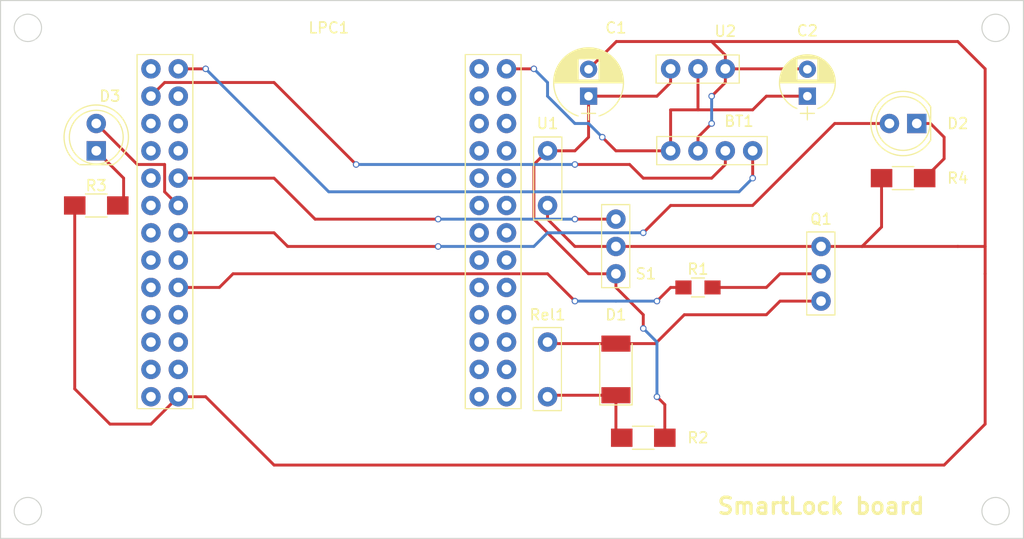
<source format=kicad_pcb>
(kicad_pcb (version 4) (host pcbnew 4.0.6)

  (general
    (links 29)
    (no_connects 0)
    (area 55.829999 99.009999 150.930001 149.110001)
    (thickness 1.6)
    (drawings 9)
    (tracks 144)
    (zones 0)
    (modules 16)
    (nets 58)
  )

  (page A4 portrait)
  (title_block
    (title "PCB dizajn pločice")
    (date 2017-04-30)
    (rev 1.0)
    (company "Fakultet elektrotehnike i računarstva")
    (comment 2 Email:jure.knezovic@fer.hr)
    (comment 3 "Autor:jure Knezović")
    (comment 4 "Shema je izrađena za potrebe završnog rada te se može slobodno kopirati i koristiti.")
  )

  (layers
    (0 F.Cu signal)
    (31 B.Cu signal)
    (32 B.Adhes user)
    (33 F.Adhes user)
    (34 B.Paste user)
    (35 F.Paste user)
    (36 B.SilkS user)
    (37 F.SilkS user)
    (38 B.Mask user)
    (39 F.Mask user)
    (40 Dwgs.User user)
    (41 Cmts.User user)
    (42 Eco1.User user)
    (43 Eco2.User user)
    (44 Edge.Cuts user)
    (45 Margin user)
    (46 B.CrtYd user)
    (47 F.CrtYd user)
    (48 B.Fab user)
    (49 F.Fab user)
  )

  (setup
    (last_trace_width 0.27)
    (trace_clearance 0.2)
    (zone_clearance 0.508)
    (zone_45_only no)
    (trace_min 0.2)
    (segment_width 0.2)
    (edge_width 0.1)
    (via_size 0.6)
    (via_drill 0.4)
    (via_min_size 0.4)
    (via_min_drill 0.3)
    (uvia_size 0.3)
    (uvia_drill 0.1)
    (uvias_allowed no)
    (uvia_min_size 0.2)
    (uvia_min_drill 0.1)
    (pcb_text_width 0.3)
    (pcb_text_size 1.5 1.5)
    (mod_edge_width 0.15)
    (mod_text_size 1 1)
    (mod_text_width 0.15)
    (pad_size 1.5 1.5)
    (pad_drill 0.6)
    (pad_to_mask_clearance 0)
    (aux_axis_origin 0 0)
    (visible_elements 7FFEFFFF)
    (pcbplotparams
      (layerselection 0x00030_80000001)
      (usegerberextensions false)
      (excludeedgelayer false)
      (linewidth 0.100000)
      (plotframeref false)
      (viasonmask false)
      (mode 1)
      (useauxorigin false)
      (hpglpennumber 1)
      (hpglpenspeed 20)
      (hpglpendiameter 15)
      (hpglpenoverlay 2)
      (psnegative false)
      (psa4output false)
      (plotreference true)
      (plotvalue true)
      (plotinvisibletext false)
      (padsonsilk false)
      (subtractmaskfromsilk false)
      (outputformat 1)
      (mirror false)
      (drillshape 0)
      (scaleselection 1)
      (outputdirectory ../../../))
  )

  (net 0 "")
  (net 1 TxD)
  (net 2 RxD)
  (net 3 +3V3)
  (net 4 GND)
  (net 5 VCC)
  (net 6 "Net-(D1-Pad1)")
  (net 7 "Net-(D1-Pad2)")
  (net 8 "Net-(D2-Pad1)")
  (net 9 CrvenaLed)
  (net 10 "Net-(D3-Pad1)")
  (net 11 ZelenaLed)
  (net 12 "Net-(LPC1-Pad51)")
  (net 13 "Net-(LPC1-Pad50)")
  (net 14 "Net-(LPC1-Pad44)")
  (net 15 "Net-(LPC1-Pad45)")
  (net 16 "Net-(LPC1-Pad49)")
  (net 17 "Net-(LPC1-Pad48)")
  (net 18 "Net-(LPC1-Pad38)")
  (net 19 "Net-(LPC1-Pad39)")
  (net 20 "Net-(LPC1-Pad37)")
  (net 21 "Net-(LPC1-Pad36)")
  (net 22 "Net-(LPC1-Pad40)")
  (net 23 "Net-(LPC1-Pad41)")
  (net 24 "Net-(LPC1-Pad43)")
  (net 25 "Net-(LPC1-Pad42)")
  (net 26 "Net-(LPC1-Pad34)")
  (net 27 "Net-(LPC1-Pad35)")
  (net 28 "Net-(LPC1-Pad33)")
  (net 29 "Net-(LPC1-Pad32)")
  (net 30 "Net-(LPC1-Pad28)")
  (net 31 "Net-(LPC1-Pad29)")
  (net 32 "Net-(LPC1-Pad31)")
  (net 33 "Net-(LPC1-Pad30)")
  (net 34 "Net-(LPC1-Pad46)")
  (net 35 "Net-(LPC1-Pad47)")
  (net 36 "Net-(LPC1-Pad7)")
  (net 37 "Net-(LPC1-Pad8)")
  (net 38 "Net-(LPC1-Pad24)")
  (net 39 "Net-(LPC1-Pad23)")
  (net 40 "Net-(LPC1-Pad25)")
  (net 41 "Net-(LPC1-Pad22)")
  (net 42 "Net-(LPC1-Pad21)")
  (net 43 "Net-(LPC1-Pad19)")
  (net 44 "Net-(LPC1-Pad20)")
  (net 45 "Net-(LPC1-Pad11)")
  (net 46 "Net-(LPC1-Pad13)")
  (net 47 Relej)
  (net 48 "Net-(LPC1-Pad17)")
  (net 49 "Net-(LPC1-Pad15)")
  (net 50 "Net-(LPC1-Pad16)")
  (net 51 "Net-(LPC1-Pad6)")
  (net 52 "Net-(LPC1-Pad5)")
  (net 53 "Net-(LPC1-Pad9)")
  (net 54 SenzorPokreta)
  (net 55 "Net-(LPC1-Pad4)")
  (net 56 "Net-(LPC1-Pad1)")
  (net 57 "Net-(Q1-Pad1)")

  (net_class Default "This is the default net class."
    (clearance 0.2)
    (trace_width 0.27)
    (via_dia 0.6)
    (via_drill 0.4)
    (uvia_dia 0.3)
    (uvia_drill 0.1)
    (add_net +3V3)
    (add_net CrvenaLed)
    (add_net GND)
    (add_net "Net-(D1-Pad1)")
    (add_net "Net-(D1-Pad2)")
    (add_net "Net-(D2-Pad1)")
    (add_net "Net-(D3-Pad1)")
    (add_net "Net-(LPC1-Pad1)")
    (add_net "Net-(LPC1-Pad11)")
    (add_net "Net-(LPC1-Pad13)")
    (add_net "Net-(LPC1-Pad15)")
    (add_net "Net-(LPC1-Pad16)")
    (add_net "Net-(LPC1-Pad17)")
    (add_net "Net-(LPC1-Pad19)")
    (add_net "Net-(LPC1-Pad20)")
    (add_net "Net-(LPC1-Pad21)")
    (add_net "Net-(LPC1-Pad22)")
    (add_net "Net-(LPC1-Pad23)")
    (add_net "Net-(LPC1-Pad24)")
    (add_net "Net-(LPC1-Pad25)")
    (add_net "Net-(LPC1-Pad28)")
    (add_net "Net-(LPC1-Pad29)")
    (add_net "Net-(LPC1-Pad30)")
    (add_net "Net-(LPC1-Pad31)")
    (add_net "Net-(LPC1-Pad32)")
    (add_net "Net-(LPC1-Pad33)")
    (add_net "Net-(LPC1-Pad34)")
    (add_net "Net-(LPC1-Pad35)")
    (add_net "Net-(LPC1-Pad36)")
    (add_net "Net-(LPC1-Pad37)")
    (add_net "Net-(LPC1-Pad38)")
    (add_net "Net-(LPC1-Pad39)")
    (add_net "Net-(LPC1-Pad4)")
    (add_net "Net-(LPC1-Pad40)")
    (add_net "Net-(LPC1-Pad41)")
    (add_net "Net-(LPC1-Pad42)")
    (add_net "Net-(LPC1-Pad43)")
    (add_net "Net-(LPC1-Pad44)")
    (add_net "Net-(LPC1-Pad45)")
    (add_net "Net-(LPC1-Pad46)")
    (add_net "Net-(LPC1-Pad47)")
    (add_net "Net-(LPC1-Pad48)")
    (add_net "Net-(LPC1-Pad49)")
    (add_net "Net-(LPC1-Pad5)")
    (add_net "Net-(LPC1-Pad50)")
    (add_net "Net-(LPC1-Pad51)")
    (add_net "Net-(LPC1-Pad6)")
    (add_net "Net-(LPC1-Pad7)")
    (add_net "Net-(LPC1-Pad8)")
    (add_net "Net-(LPC1-Pad9)")
    (add_net "Net-(Q1-Pad1)")
    (add_net Relej)
    (add_net RxD)
    (add_net SenzorPokreta)
    (add_net TxD)
    (add_net VCC)
    (add_net ZelenaLed)
  )

  (module Capacitors_THT:CP_Radial_D6.3mm_P2.50mm locked (layer F.Cu) (tedit 58E98BF8) (tstamp 58E99DA7)
    (at 110.49 107.95 90)
    (descr "CP, Radial series, Radial, pin pitch=2.50mm, , diameter=6.3mm, Electrolytic Capacitor")
    (tags "CP Radial series Radial pin pitch 2.50mm  diameter 6.3mm Electrolytic Capacitor")
    (path /58E8708B)
    (fp_text reference C1 (at 6.35 2.54 180) (layer F.SilkS)
      (effects (font (size 1 1) (thickness 0.15)))
    )
    (fp_text value 100uF/16V (at 1.25 4.21 90) (layer F.Fab)
      (effects (font (size 1 1) (thickness 0.15)))
    )
    (fp_arc (start 1.25 0) (end -1.838236 -0.98) (angle 144.8) (layer F.SilkS) (width 0.12))
    (fp_arc (start 1.25 0) (end -1.838236 0.98) (angle -144.8) (layer F.SilkS) (width 0.12))
    (fp_arc (start 1.25 0) (end 4.338236 -0.98) (angle 35.2) (layer F.SilkS) (width 0.12))
    (fp_circle (center 1.25 0) (end 4.4 0) (layer F.Fab) (width 0.1))
    (fp_line (start -2.2 0) (end -1 0) (layer F.Fab) (width 0.1))
    (fp_line (start -1.6 -0.65) (end -1.6 0.65) (layer F.Fab) (width 0.1))
    (fp_line (start 1.25 -3.2) (end 1.25 3.2) (layer F.SilkS) (width 0.12))
    (fp_line (start 1.29 -3.2) (end 1.29 3.2) (layer F.SilkS) (width 0.12))
    (fp_line (start 1.33 -3.2) (end 1.33 3.2) (layer F.SilkS) (width 0.12))
    (fp_line (start 1.37 -3.198) (end 1.37 3.198) (layer F.SilkS) (width 0.12))
    (fp_line (start 1.41 -3.197) (end 1.41 3.197) (layer F.SilkS) (width 0.12))
    (fp_line (start 1.45 -3.194) (end 1.45 3.194) (layer F.SilkS) (width 0.12))
    (fp_line (start 1.49 -3.192) (end 1.49 3.192) (layer F.SilkS) (width 0.12))
    (fp_line (start 1.53 -3.188) (end 1.53 -0.98) (layer F.SilkS) (width 0.12))
    (fp_line (start 1.53 0.98) (end 1.53 3.188) (layer F.SilkS) (width 0.12))
    (fp_line (start 1.57 -3.185) (end 1.57 -0.98) (layer F.SilkS) (width 0.12))
    (fp_line (start 1.57 0.98) (end 1.57 3.185) (layer F.SilkS) (width 0.12))
    (fp_line (start 1.61 -3.18) (end 1.61 -0.98) (layer F.SilkS) (width 0.12))
    (fp_line (start 1.61 0.98) (end 1.61 3.18) (layer F.SilkS) (width 0.12))
    (fp_line (start 1.65 -3.176) (end 1.65 -0.98) (layer F.SilkS) (width 0.12))
    (fp_line (start 1.65 0.98) (end 1.65 3.176) (layer F.SilkS) (width 0.12))
    (fp_line (start 1.69 -3.17) (end 1.69 -0.98) (layer F.SilkS) (width 0.12))
    (fp_line (start 1.69 0.98) (end 1.69 3.17) (layer F.SilkS) (width 0.12))
    (fp_line (start 1.73 -3.165) (end 1.73 -0.98) (layer F.SilkS) (width 0.12))
    (fp_line (start 1.73 0.98) (end 1.73 3.165) (layer F.SilkS) (width 0.12))
    (fp_line (start 1.77 -3.158) (end 1.77 -0.98) (layer F.SilkS) (width 0.12))
    (fp_line (start 1.77 0.98) (end 1.77 3.158) (layer F.SilkS) (width 0.12))
    (fp_line (start 1.81 -3.152) (end 1.81 -0.98) (layer F.SilkS) (width 0.12))
    (fp_line (start 1.81 0.98) (end 1.81 3.152) (layer F.SilkS) (width 0.12))
    (fp_line (start 1.85 -3.144) (end 1.85 -0.98) (layer F.SilkS) (width 0.12))
    (fp_line (start 1.85 0.98) (end 1.85 3.144) (layer F.SilkS) (width 0.12))
    (fp_line (start 1.89 -3.137) (end 1.89 -0.98) (layer F.SilkS) (width 0.12))
    (fp_line (start 1.89 0.98) (end 1.89 3.137) (layer F.SilkS) (width 0.12))
    (fp_line (start 1.93 -3.128) (end 1.93 -0.98) (layer F.SilkS) (width 0.12))
    (fp_line (start 1.93 0.98) (end 1.93 3.128) (layer F.SilkS) (width 0.12))
    (fp_line (start 1.971 -3.119) (end 1.971 -0.98) (layer F.SilkS) (width 0.12))
    (fp_line (start 1.971 0.98) (end 1.971 3.119) (layer F.SilkS) (width 0.12))
    (fp_line (start 2.011 -3.11) (end 2.011 -0.98) (layer F.SilkS) (width 0.12))
    (fp_line (start 2.011 0.98) (end 2.011 3.11) (layer F.SilkS) (width 0.12))
    (fp_line (start 2.051 -3.1) (end 2.051 -0.98) (layer F.SilkS) (width 0.12))
    (fp_line (start 2.051 0.98) (end 2.051 3.1) (layer F.SilkS) (width 0.12))
    (fp_line (start 2.091 -3.09) (end 2.091 -0.98) (layer F.SilkS) (width 0.12))
    (fp_line (start 2.091 0.98) (end 2.091 3.09) (layer F.SilkS) (width 0.12))
    (fp_line (start 2.131 -3.079) (end 2.131 -0.98) (layer F.SilkS) (width 0.12))
    (fp_line (start 2.131 0.98) (end 2.131 3.079) (layer F.SilkS) (width 0.12))
    (fp_line (start 2.171 -3.067) (end 2.171 -0.98) (layer F.SilkS) (width 0.12))
    (fp_line (start 2.171 0.98) (end 2.171 3.067) (layer F.SilkS) (width 0.12))
    (fp_line (start 2.211 -3.055) (end 2.211 -0.98) (layer F.SilkS) (width 0.12))
    (fp_line (start 2.211 0.98) (end 2.211 3.055) (layer F.SilkS) (width 0.12))
    (fp_line (start 2.251 -3.042) (end 2.251 -0.98) (layer F.SilkS) (width 0.12))
    (fp_line (start 2.251 0.98) (end 2.251 3.042) (layer F.SilkS) (width 0.12))
    (fp_line (start 2.291 -3.029) (end 2.291 -0.98) (layer F.SilkS) (width 0.12))
    (fp_line (start 2.291 0.98) (end 2.291 3.029) (layer F.SilkS) (width 0.12))
    (fp_line (start 2.331 -3.015) (end 2.331 -0.98) (layer F.SilkS) (width 0.12))
    (fp_line (start 2.331 0.98) (end 2.331 3.015) (layer F.SilkS) (width 0.12))
    (fp_line (start 2.371 -3.001) (end 2.371 -0.98) (layer F.SilkS) (width 0.12))
    (fp_line (start 2.371 0.98) (end 2.371 3.001) (layer F.SilkS) (width 0.12))
    (fp_line (start 2.411 -2.986) (end 2.411 -0.98) (layer F.SilkS) (width 0.12))
    (fp_line (start 2.411 0.98) (end 2.411 2.986) (layer F.SilkS) (width 0.12))
    (fp_line (start 2.451 -2.97) (end 2.451 -0.98) (layer F.SilkS) (width 0.12))
    (fp_line (start 2.451 0.98) (end 2.451 2.97) (layer F.SilkS) (width 0.12))
    (fp_line (start 2.491 -2.954) (end 2.491 -0.98) (layer F.SilkS) (width 0.12))
    (fp_line (start 2.491 0.98) (end 2.491 2.954) (layer F.SilkS) (width 0.12))
    (fp_line (start 2.531 -2.937) (end 2.531 -0.98) (layer F.SilkS) (width 0.12))
    (fp_line (start 2.531 0.98) (end 2.531 2.937) (layer F.SilkS) (width 0.12))
    (fp_line (start 2.571 -2.919) (end 2.571 -0.98) (layer F.SilkS) (width 0.12))
    (fp_line (start 2.571 0.98) (end 2.571 2.919) (layer F.SilkS) (width 0.12))
    (fp_line (start 2.611 -2.901) (end 2.611 -0.98) (layer F.SilkS) (width 0.12))
    (fp_line (start 2.611 0.98) (end 2.611 2.901) (layer F.SilkS) (width 0.12))
    (fp_line (start 2.651 -2.882) (end 2.651 -0.98) (layer F.SilkS) (width 0.12))
    (fp_line (start 2.651 0.98) (end 2.651 2.882) (layer F.SilkS) (width 0.12))
    (fp_line (start 2.691 -2.863) (end 2.691 -0.98) (layer F.SilkS) (width 0.12))
    (fp_line (start 2.691 0.98) (end 2.691 2.863) (layer F.SilkS) (width 0.12))
    (fp_line (start 2.731 -2.843) (end 2.731 -0.98) (layer F.SilkS) (width 0.12))
    (fp_line (start 2.731 0.98) (end 2.731 2.843) (layer F.SilkS) (width 0.12))
    (fp_line (start 2.771 -2.822) (end 2.771 -0.98) (layer F.SilkS) (width 0.12))
    (fp_line (start 2.771 0.98) (end 2.771 2.822) (layer F.SilkS) (width 0.12))
    (fp_line (start 2.811 -2.8) (end 2.811 -0.98) (layer F.SilkS) (width 0.12))
    (fp_line (start 2.811 0.98) (end 2.811 2.8) (layer F.SilkS) (width 0.12))
    (fp_line (start 2.851 -2.778) (end 2.851 -0.98) (layer F.SilkS) (width 0.12))
    (fp_line (start 2.851 0.98) (end 2.851 2.778) (layer F.SilkS) (width 0.12))
    (fp_line (start 2.891 -2.755) (end 2.891 -0.98) (layer F.SilkS) (width 0.12))
    (fp_line (start 2.891 0.98) (end 2.891 2.755) (layer F.SilkS) (width 0.12))
    (fp_line (start 2.931 -2.731) (end 2.931 -0.98) (layer F.SilkS) (width 0.12))
    (fp_line (start 2.931 0.98) (end 2.931 2.731) (layer F.SilkS) (width 0.12))
    (fp_line (start 2.971 -2.706) (end 2.971 -0.98) (layer F.SilkS) (width 0.12))
    (fp_line (start 2.971 0.98) (end 2.971 2.706) (layer F.SilkS) (width 0.12))
    (fp_line (start 3.011 -2.681) (end 3.011 -0.98) (layer F.SilkS) (width 0.12))
    (fp_line (start 3.011 0.98) (end 3.011 2.681) (layer F.SilkS) (width 0.12))
    (fp_line (start 3.051 -2.654) (end 3.051 -0.98) (layer F.SilkS) (width 0.12))
    (fp_line (start 3.051 0.98) (end 3.051 2.654) (layer F.SilkS) (width 0.12))
    (fp_line (start 3.091 -2.627) (end 3.091 -0.98) (layer F.SilkS) (width 0.12))
    (fp_line (start 3.091 0.98) (end 3.091 2.627) (layer F.SilkS) (width 0.12))
    (fp_line (start 3.131 -2.599) (end 3.131 -0.98) (layer F.SilkS) (width 0.12))
    (fp_line (start 3.131 0.98) (end 3.131 2.599) (layer F.SilkS) (width 0.12))
    (fp_line (start 3.171 -2.57) (end 3.171 -0.98) (layer F.SilkS) (width 0.12))
    (fp_line (start 3.171 0.98) (end 3.171 2.57) (layer F.SilkS) (width 0.12))
    (fp_line (start 3.211 -2.54) (end 3.211 -0.98) (layer F.SilkS) (width 0.12))
    (fp_line (start 3.211 0.98) (end 3.211 2.54) (layer F.SilkS) (width 0.12))
    (fp_line (start 3.251 -2.51) (end 3.251 -0.98) (layer F.SilkS) (width 0.12))
    (fp_line (start 3.251 0.98) (end 3.251 2.51) (layer F.SilkS) (width 0.12))
    (fp_line (start 3.291 -2.478) (end 3.291 -0.98) (layer F.SilkS) (width 0.12))
    (fp_line (start 3.291 0.98) (end 3.291 2.478) (layer F.SilkS) (width 0.12))
    (fp_line (start 3.331 -2.445) (end 3.331 -0.98) (layer F.SilkS) (width 0.12))
    (fp_line (start 3.331 0.98) (end 3.331 2.445) (layer F.SilkS) (width 0.12))
    (fp_line (start 3.371 -2.411) (end 3.371 -0.98) (layer F.SilkS) (width 0.12))
    (fp_line (start 3.371 0.98) (end 3.371 2.411) (layer F.SilkS) (width 0.12))
    (fp_line (start 3.411 -2.375) (end 3.411 -0.98) (layer F.SilkS) (width 0.12))
    (fp_line (start 3.411 0.98) (end 3.411 2.375) (layer F.SilkS) (width 0.12))
    (fp_line (start 3.451 -2.339) (end 3.451 -0.98) (layer F.SilkS) (width 0.12))
    (fp_line (start 3.451 0.98) (end 3.451 2.339) (layer F.SilkS) (width 0.12))
    (fp_line (start 3.491 -2.301) (end 3.491 2.301) (layer F.SilkS) (width 0.12))
    (fp_line (start 3.531 -2.262) (end 3.531 2.262) (layer F.SilkS) (width 0.12))
    (fp_line (start 3.571 -2.222) (end 3.571 2.222) (layer F.SilkS) (width 0.12))
    (fp_line (start 3.611 -2.18) (end 3.611 2.18) (layer F.SilkS) (width 0.12))
    (fp_line (start 3.651 -2.137) (end 3.651 2.137) (layer F.SilkS) (width 0.12))
    (fp_line (start 3.691 -2.092) (end 3.691 2.092) (layer F.SilkS) (width 0.12))
    (fp_line (start 3.731 -2.045) (end 3.731 2.045) (layer F.SilkS) (width 0.12))
    (fp_line (start 3.771 -1.997) (end 3.771 1.997) (layer F.SilkS) (width 0.12))
    (fp_line (start 3.811 -1.946) (end 3.811 1.946) (layer F.SilkS) (width 0.12))
    (fp_line (start 3.851 -1.894) (end 3.851 1.894) (layer F.SilkS) (width 0.12))
    (fp_line (start 3.891 -1.839) (end 3.891 1.839) (layer F.SilkS) (width 0.12))
    (fp_line (start 3.931 -1.781) (end 3.931 1.781) (layer F.SilkS) (width 0.12))
    (fp_line (start 3.971 -1.721) (end 3.971 1.721) (layer F.SilkS) (width 0.12))
    (fp_line (start 4.011 -1.658) (end 4.011 1.658) (layer F.SilkS) (width 0.12))
    (fp_line (start 4.051 -1.591) (end 4.051 1.591) (layer F.SilkS) (width 0.12))
    (fp_line (start 4.091 -1.52) (end 4.091 1.52) (layer F.SilkS) (width 0.12))
    (fp_line (start 4.131 -1.445) (end 4.131 1.445) (layer F.SilkS) (width 0.12))
    (fp_line (start 4.171 -1.364) (end 4.171 1.364) (layer F.SilkS) (width 0.12))
    (fp_line (start 4.211 -1.278) (end 4.211 1.278) (layer F.SilkS) (width 0.12))
    (fp_line (start 4.251 -1.184) (end 4.251 1.184) (layer F.SilkS) (width 0.12))
    (fp_line (start 4.291 -1.081) (end 4.291 1.081) (layer F.SilkS) (width 0.12))
    (fp_line (start 4.331 -0.966) (end 4.331 0.966) (layer F.SilkS) (width 0.12))
    (fp_line (start 4.371 -0.834) (end 4.371 0.834) (layer F.SilkS) (width 0.12))
    (fp_line (start 4.411 -0.676) (end 4.411 0.676) (layer F.SilkS) (width 0.12))
    (fp_line (start 4.451 -0.468) (end 4.451 0.468) (layer F.SilkS) (width 0.12))
    (fp_line (start -2.2 0) (end -1 0) (layer F.SilkS) (width 0.12))
    (fp_line (start -1.6 -0.65) (end -1.6 0.65) (layer F.SilkS) (width 0.12))
    (fp_line (start -2.25 -3.5) (end -2.25 3.5) (layer F.CrtYd) (width 0.05))
    (fp_line (start -2.25 3.5) (end 4.75 3.5) (layer F.CrtYd) (width 0.05))
    (fp_line (start 4.75 3.5) (end 4.75 -3.5) (layer F.CrtYd) (width 0.05))
    (fp_line (start 4.75 -3.5) (end -2.25 -3.5) (layer F.CrtYd) (width 0.05))
    (pad 1 thru_hole rect (at 0 0 90) (size 1.6 1.6) (drill 0.8) (layers *.Cu *.Mask)
      (net 5 VCC))
    (pad 2 thru_hole circle (at 2.5 0 90) (size 1.6 1.6) (drill 0.8) (layers *.Cu *.Mask)
      (net 4 GND))
    (model Capacitors_THT.3dshapes/CP_Radial_D6.3mm_P2.50mm.wrl
      (at (xyz 0 0 0))
      (scale (xyz 0.393701 0.393701 0.393701))
      (rotate (xyz 0 0 0))
    )
  )

  (module Capacitors_THT:CP_Radial_D5.0mm_P2.50mm locked (layer F.Cu) (tedit 58E9A194) (tstamp 58E99DAD)
    (at 130.81 107.95 90)
    (descr "CP, Radial series, Radial, pin pitch=2.50mm, , diameter=5mm, Electrolytic Capacitor")
    (tags "CP Radial series Radial pin pitch 2.50mm  diameter 5mm Electrolytic Capacitor")
    (path /58E870C2)
    (fp_text reference C2 (at 6.08 0 180) (layer F.SilkS)
      (effects (font (size 1 1) (thickness 0.15)))
    )
    (fp_text value 10uF/16V (at 1.25 3.56 90) (layer F.Fab)
      (effects (font (size 1 1) (thickness 0.15)))
    )
    (fp_arc (start 1.25 0) (end -1.147436 -0.98) (angle 135.5) (layer F.SilkS) (width 0.12))
    (fp_arc (start 1.25 0) (end -1.147436 0.98) (angle -135.5) (layer F.SilkS) (width 0.12))
    (fp_arc (start 1.25 0) (end 3.647436 -0.98) (angle 44.5) (layer F.SilkS) (width 0.12))
    (fp_circle (center 1.25 0) (end 3.75 0) (layer F.Fab) (width 0.1))
    (fp_line (start -2.2 0) (end -1 0) (layer F.Fab) (width 0.1))
    (fp_line (start -1.6 -0.65) (end -1.6 0.65) (layer F.Fab) (width 0.1))
    (fp_line (start 1.25 -2.55) (end 1.25 2.55) (layer F.SilkS) (width 0.12))
    (fp_line (start 1.29 -2.55) (end 1.29 2.55) (layer F.SilkS) (width 0.12))
    (fp_line (start 1.33 -2.549) (end 1.33 2.549) (layer F.SilkS) (width 0.12))
    (fp_line (start 1.37 -2.548) (end 1.37 2.548) (layer F.SilkS) (width 0.12))
    (fp_line (start 1.41 -2.546) (end 1.41 2.546) (layer F.SilkS) (width 0.12))
    (fp_line (start 1.45 -2.543) (end 1.45 2.543) (layer F.SilkS) (width 0.12))
    (fp_line (start 1.49 -2.539) (end 1.49 2.539) (layer F.SilkS) (width 0.12))
    (fp_line (start 1.53 -2.535) (end 1.53 -0.98) (layer F.SilkS) (width 0.12))
    (fp_line (start 1.53 0.98) (end 1.53 2.535) (layer F.SilkS) (width 0.12))
    (fp_line (start 1.57 -2.531) (end 1.57 -0.98) (layer F.SilkS) (width 0.12))
    (fp_line (start 1.57 0.98) (end 1.57 2.531) (layer F.SilkS) (width 0.12))
    (fp_line (start 1.61 -2.525) (end 1.61 -0.98) (layer F.SilkS) (width 0.12))
    (fp_line (start 1.61 0.98) (end 1.61 2.525) (layer F.SilkS) (width 0.12))
    (fp_line (start 1.65 -2.519) (end 1.65 -0.98) (layer F.SilkS) (width 0.12))
    (fp_line (start 1.65 0.98) (end 1.65 2.519) (layer F.SilkS) (width 0.12))
    (fp_line (start 1.69 -2.513) (end 1.69 -0.98) (layer F.SilkS) (width 0.12))
    (fp_line (start 1.69 0.98) (end 1.69 2.513) (layer F.SilkS) (width 0.12))
    (fp_line (start 1.73 -2.506) (end 1.73 -0.98) (layer F.SilkS) (width 0.12))
    (fp_line (start 1.73 0.98) (end 1.73 2.506) (layer F.SilkS) (width 0.12))
    (fp_line (start 1.77 -2.498) (end 1.77 -0.98) (layer F.SilkS) (width 0.12))
    (fp_line (start 1.77 0.98) (end 1.77 2.498) (layer F.SilkS) (width 0.12))
    (fp_line (start 1.81 -2.489) (end 1.81 -0.98) (layer F.SilkS) (width 0.12))
    (fp_line (start 1.81 0.98) (end 1.81 2.489) (layer F.SilkS) (width 0.12))
    (fp_line (start 1.85 -2.48) (end 1.85 -0.98) (layer F.SilkS) (width 0.12))
    (fp_line (start 1.85 0.98) (end 1.85 2.48) (layer F.SilkS) (width 0.12))
    (fp_line (start 1.89 -2.47) (end 1.89 -0.98) (layer F.SilkS) (width 0.12))
    (fp_line (start 1.89 0.98) (end 1.89 2.47) (layer F.SilkS) (width 0.12))
    (fp_line (start 1.93 -2.46) (end 1.93 -0.98) (layer F.SilkS) (width 0.12))
    (fp_line (start 1.93 0.98) (end 1.93 2.46) (layer F.SilkS) (width 0.12))
    (fp_line (start 1.971 -2.448) (end 1.971 -0.98) (layer F.SilkS) (width 0.12))
    (fp_line (start 1.971 0.98) (end 1.971 2.448) (layer F.SilkS) (width 0.12))
    (fp_line (start 2.011 -2.436) (end 2.011 -0.98) (layer F.SilkS) (width 0.12))
    (fp_line (start 2.011 0.98) (end 2.011 2.436) (layer F.SilkS) (width 0.12))
    (fp_line (start 2.051 -2.424) (end 2.051 -0.98) (layer F.SilkS) (width 0.12))
    (fp_line (start 2.051 0.98) (end 2.051 2.424) (layer F.SilkS) (width 0.12))
    (fp_line (start 2.091 -2.41) (end 2.091 -0.98) (layer F.SilkS) (width 0.12))
    (fp_line (start 2.091 0.98) (end 2.091 2.41) (layer F.SilkS) (width 0.12))
    (fp_line (start 2.131 -2.396) (end 2.131 -0.98) (layer F.SilkS) (width 0.12))
    (fp_line (start 2.131 0.98) (end 2.131 2.396) (layer F.SilkS) (width 0.12))
    (fp_line (start 2.171 -2.382) (end 2.171 -0.98) (layer F.SilkS) (width 0.12))
    (fp_line (start 2.171 0.98) (end 2.171 2.382) (layer F.SilkS) (width 0.12))
    (fp_line (start 2.211 -2.366) (end 2.211 -0.98) (layer F.SilkS) (width 0.12))
    (fp_line (start 2.211 0.98) (end 2.211 2.366) (layer F.SilkS) (width 0.12))
    (fp_line (start 2.251 -2.35) (end 2.251 -0.98) (layer F.SilkS) (width 0.12))
    (fp_line (start 2.251 0.98) (end 2.251 2.35) (layer F.SilkS) (width 0.12))
    (fp_line (start 2.291 -2.333) (end 2.291 -0.98) (layer F.SilkS) (width 0.12))
    (fp_line (start 2.291 0.98) (end 2.291 2.333) (layer F.SilkS) (width 0.12))
    (fp_line (start 2.331 -2.315) (end 2.331 -0.98) (layer F.SilkS) (width 0.12))
    (fp_line (start 2.331 0.98) (end 2.331 2.315) (layer F.SilkS) (width 0.12))
    (fp_line (start 2.371 -2.296) (end 2.371 -0.98) (layer F.SilkS) (width 0.12))
    (fp_line (start 2.371 0.98) (end 2.371 2.296) (layer F.SilkS) (width 0.12))
    (fp_line (start 2.411 -2.276) (end 2.411 -0.98) (layer F.SilkS) (width 0.12))
    (fp_line (start 2.411 0.98) (end 2.411 2.276) (layer F.SilkS) (width 0.12))
    (fp_line (start 2.451 -2.256) (end 2.451 -0.98) (layer F.SilkS) (width 0.12))
    (fp_line (start 2.451 0.98) (end 2.451 2.256) (layer F.SilkS) (width 0.12))
    (fp_line (start 2.491 -2.234) (end 2.491 -0.98) (layer F.SilkS) (width 0.12))
    (fp_line (start 2.491 0.98) (end 2.491 2.234) (layer F.SilkS) (width 0.12))
    (fp_line (start 2.531 -2.212) (end 2.531 -0.98) (layer F.SilkS) (width 0.12))
    (fp_line (start 2.531 0.98) (end 2.531 2.212) (layer F.SilkS) (width 0.12))
    (fp_line (start 2.571 -2.189) (end 2.571 -0.98) (layer F.SilkS) (width 0.12))
    (fp_line (start 2.571 0.98) (end 2.571 2.189) (layer F.SilkS) (width 0.12))
    (fp_line (start 2.611 -2.165) (end 2.611 -0.98) (layer F.SilkS) (width 0.12))
    (fp_line (start 2.611 0.98) (end 2.611 2.165) (layer F.SilkS) (width 0.12))
    (fp_line (start 2.651 -2.14) (end 2.651 -0.98) (layer F.SilkS) (width 0.12))
    (fp_line (start 2.651 0.98) (end 2.651 2.14) (layer F.SilkS) (width 0.12))
    (fp_line (start 2.691 -2.113) (end 2.691 -0.98) (layer F.SilkS) (width 0.12))
    (fp_line (start 2.691 0.98) (end 2.691 2.113) (layer F.SilkS) (width 0.12))
    (fp_line (start 2.731 -2.086) (end 2.731 -0.98) (layer F.SilkS) (width 0.12))
    (fp_line (start 2.731 0.98) (end 2.731 2.086) (layer F.SilkS) (width 0.12))
    (fp_line (start 2.771 -2.058) (end 2.771 -0.98) (layer F.SilkS) (width 0.12))
    (fp_line (start 2.771 0.98) (end 2.771 2.058) (layer F.SilkS) (width 0.12))
    (fp_line (start 2.811 -2.028) (end 2.811 -0.98) (layer F.SilkS) (width 0.12))
    (fp_line (start 2.811 0.98) (end 2.811 2.028) (layer F.SilkS) (width 0.12))
    (fp_line (start 2.851 -1.997) (end 2.851 -0.98) (layer F.SilkS) (width 0.12))
    (fp_line (start 2.851 0.98) (end 2.851 1.997) (layer F.SilkS) (width 0.12))
    (fp_line (start 2.891 -1.965) (end 2.891 -0.98) (layer F.SilkS) (width 0.12))
    (fp_line (start 2.891 0.98) (end 2.891 1.965) (layer F.SilkS) (width 0.12))
    (fp_line (start 2.931 -1.932) (end 2.931 -0.98) (layer F.SilkS) (width 0.12))
    (fp_line (start 2.931 0.98) (end 2.931 1.932) (layer F.SilkS) (width 0.12))
    (fp_line (start 2.971 -1.897) (end 2.971 -0.98) (layer F.SilkS) (width 0.12))
    (fp_line (start 2.971 0.98) (end 2.971 1.897) (layer F.SilkS) (width 0.12))
    (fp_line (start 3.011 -1.861) (end 3.011 -0.98) (layer F.SilkS) (width 0.12))
    (fp_line (start 3.011 0.98) (end 3.011 1.861) (layer F.SilkS) (width 0.12))
    (fp_line (start 3.051 -1.823) (end 3.051 -0.98) (layer F.SilkS) (width 0.12))
    (fp_line (start 3.051 0.98) (end 3.051 1.823) (layer F.SilkS) (width 0.12))
    (fp_line (start 3.091 -1.783) (end 3.091 -0.98) (layer F.SilkS) (width 0.12))
    (fp_line (start 3.091 0.98) (end 3.091 1.783) (layer F.SilkS) (width 0.12))
    (fp_line (start 3.131 -1.742) (end 3.131 -0.98) (layer F.SilkS) (width 0.12))
    (fp_line (start 3.131 0.98) (end 3.131 1.742) (layer F.SilkS) (width 0.12))
    (fp_line (start 3.171 -1.699) (end 3.171 -0.98) (layer F.SilkS) (width 0.12))
    (fp_line (start 3.171 0.98) (end 3.171 1.699) (layer F.SilkS) (width 0.12))
    (fp_line (start 3.211 -1.654) (end 3.211 -0.98) (layer F.SilkS) (width 0.12))
    (fp_line (start 3.211 0.98) (end 3.211 1.654) (layer F.SilkS) (width 0.12))
    (fp_line (start 3.251 -1.606) (end 3.251 -0.98) (layer F.SilkS) (width 0.12))
    (fp_line (start 3.251 0.98) (end 3.251 1.606) (layer F.SilkS) (width 0.12))
    (fp_line (start 3.291 -1.556) (end 3.291 -0.98) (layer F.SilkS) (width 0.12))
    (fp_line (start 3.291 0.98) (end 3.291 1.556) (layer F.SilkS) (width 0.12))
    (fp_line (start 3.331 -1.504) (end 3.331 -0.98) (layer F.SilkS) (width 0.12))
    (fp_line (start 3.331 0.98) (end 3.331 1.504) (layer F.SilkS) (width 0.12))
    (fp_line (start 3.371 -1.448) (end 3.371 -0.98) (layer F.SilkS) (width 0.12))
    (fp_line (start 3.371 0.98) (end 3.371 1.448) (layer F.SilkS) (width 0.12))
    (fp_line (start 3.411 -1.39) (end 3.411 -0.98) (layer F.SilkS) (width 0.12))
    (fp_line (start 3.411 0.98) (end 3.411 1.39) (layer F.SilkS) (width 0.12))
    (fp_line (start 3.451 -1.327) (end 3.451 -0.98) (layer F.SilkS) (width 0.12))
    (fp_line (start 3.451 0.98) (end 3.451 1.327) (layer F.SilkS) (width 0.12))
    (fp_line (start 3.491 -1.261) (end 3.491 1.261) (layer F.SilkS) (width 0.12))
    (fp_line (start 3.531 -1.189) (end 3.531 1.189) (layer F.SilkS) (width 0.12))
    (fp_line (start 3.571 -1.112) (end 3.571 1.112) (layer F.SilkS) (width 0.12))
    (fp_line (start 3.611 -1.028) (end 3.611 1.028) (layer F.SilkS) (width 0.12))
    (fp_line (start 3.651 -0.934) (end 3.651 0.934) (layer F.SilkS) (width 0.12))
    (fp_line (start 3.691 -0.829) (end 3.691 0.829) (layer F.SilkS) (width 0.12))
    (fp_line (start 3.731 -0.707) (end 3.731 0.707) (layer F.SilkS) (width 0.12))
    (fp_line (start 3.771 -0.559) (end 3.771 0.559) (layer F.SilkS) (width 0.12))
    (fp_line (start 3.811 -0.354) (end 3.811 0.354) (layer F.SilkS) (width 0.12))
    (fp_line (start -2.2 0) (end -1 0) (layer F.SilkS) (width 0.12))
    (fp_line (start -1.6 -0.65) (end -1.6 0.65) (layer F.SilkS) (width 0.12))
    (fp_line (start -1.6 -2.85) (end -1.6 2.85) (layer F.CrtYd) (width 0.05))
    (fp_line (start -1.6 2.85) (end 4.1 2.85) (layer F.CrtYd) (width 0.05))
    (fp_line (start 4.1 2.85) (end 4.1 -2.85) (layer F.CrtYd) (width 0.05))
    (fp_line (start 4.1 -2.85) (end -1.6 -2.85) (layer F.CrtYd) (width 0.05))
    (pad 1 thru_hole rect (at 0 0 90) (size 1.6 1.6) (drill 0.8) (layers *.Cu *.Mask)
      (net 3 +3V3))
    (pad 2 thru_hole circle (at 2.5 0 90) (size 1.6 1.6) (drill 0.8) (layers *.Cu *.Mask)
      (net 4 GND))
    (model Capacitors_THT.3dshapes/CP_Radial_D5.0mm_P2.50mm.wrl
      (at (xyz 0 0 0))
      (scale (xyz 0.393701 0.393701 0.393701))
      (rotate (xyz 0 0 0))
    )
  )

  (module LEDs:LED_D5.0mm locked (layer F.Cu) (tedit 58E98C29) (tstamp 58E99DB9)
    (at 140.97 110.49 180)
    (descr "LED, diameter 5.0mm, 2 pins, http://cdn-reichelt.de/documents/datenblatt/A500/LL-504BC2E-009.pdf")
    (tags "LED diameter 5.0mm 2 pins")
    (path /58E88C4B)
    (fp_text reference D2 (at -3.81 0 180) (layer F.SilkS)
      (effects (font (size 1 1) (thickness 0.15)))
    )
    (fp_text value Crvena_led (at 1.27 3.96 180) (layer F.Fab)
      (effects (font (size 1 1) (thickness 0.15)))
    )
    (fp_arc (start 1.27 0) (end -1.23 -1.469694) (angle 299.1) (layer F.Fab) (width 0.1))
    (fp_arc (start 1.27 0) (end -1.29 -1.54483) (angle 148.9) (layer F.SilkS) (width 0.12))
    (fp_arc (start 1.27 0) (end -1.29 1.54483) (angle -148.9) (layer F.SilkS) (width 0.12))
    (fp_circle (center 1.27 0) (end 3.77 0) (layer F.Fab) (width 0.1))
    (fp_circle (center 1.27 0) (end 3.77 0) (layer F.SilkS) (width 0.12))
    (fp_line (start -1.23 -1.469694) (end -1.23 1.469694) (layer F.Fab) (width 0.1))
    (fp_line (start -1.29 -1.545) (end -1.29 1.545) (layer F.SilkS) (width 0.12))
    (fp_line (start -1.95 -3.25) (end -1.95 3.25) (layer F.CrtYd) (width 0.05))
    (fp_line (start -1.95 3.25) (end 4.5 3.25) (layer F.CrtYd) (width 0.05))
    (fp_line (start 4.5 3.25) (end 4.5 -3.25) (layer F.CrtYd) (width 0.05))
    (fp_line (start 4.5 -3.25) (end -1.95 -3.25) (layer F.CrtYd) (width 0.05))
    (pad 1 thru_hole rect (at 0 0 180) (size 1.8 1.8) (drill 0.9) (layers *.Cu *.Mask)
      (net 8 "Net-(D2-Pad1)"))
    (pad 2 thru_hole circle (at 2.54 0 180) (size 1.8 1.8) (drill 0.9) (layers *.Cu *.Mask)
      (net 9 CrvenaLed))
    (model LEDs.3dshapes/LED_D5.0mm.wrl
      (at (xyz 0 0 0))
      (scale (xyz 0.393701 0.393701 0.393701))
      (rotate (xyz 0 0 0))
    )
  )

  (module LEDs:LED_D5.0mm locked (layer F.Cu) (tedit 58E98BDC) (tstamp 58E99DBF)
    (at 64.77 113.03 90)
    (descr "LED, diameter 5.0mm, 2 pins, http://cdn-reichelt.de/documents/datenblatt/A500/LL-504BC2E-009.pdf")
    (tags "LED diameter 5.0mm 2 pins")
    (path /58E88F17)
    (fp_text reference D3 (at 5.08 1.27 180) (layer F.SilkS)
      (effects (font (size 1 1) (thickness 0.15)))
    )
    (fp_text value Zelena_LED (at 1.27 3.96 90) (layer F.Fab)
      (effects (font (size 1 1) (thickness 0.15)))
    )
    (fp_arc (start 1.27 0) (end -1.23 -1.469694) (angle 299.1) (layer F.Fab) (width 0.1))
    (fp_arc (start 1.27 0) (end -1.29 -1.54483) (angle 148.9) (layer F.SilkS) (width 0.12))
    (fp_arc (start 1.27 0) (end -1.29 1.54483) (angle -148.9) (layer F.SilkS) (width 0.12))
    (fp_circle (center 1.27 0) (end 3.77 0) (layer F.Fab) (width 0.1))
    (fp_circle (center 1.27 0) (end 3.77 0) (layer F.SilkS) (width 0.12))
    (fp_line (start -1.23 -1.469694) (end -1.23 1.469694) (layer F.Fab) (width 0.1))
    (fp_line (start -1.29 -1.545) (end -1.29 1.545) (layer F.SilkS) (width 0.12))
    (fp_line (start -1.95 -3.25) (end -1.95 3.25) (layer F.CrtYd) (width 0.05))
    (fp_line (start -1.95 3.25) (end 4.5 3.25) (layer F.CrtYd) (width 0.05))
    (fp_line (start 4.5 3.25) (end 4.5 -3.25) (layer F.CrtYd) (width 0.05))
    (fp_line (start 4.5 -3.25) (end -1.95 -3.25) (layer F.CrtYd) (width 0.05))
    (pad 1 thru_hole rect (at 0 0 90) (size 1.8 1.8) (drill 0.9) (layers *.Cu *.Mask)
      (net 10 "Net-(D3-Pad1)"))
    (pad 2 thru_hole circle (at 2.54 0 90) (size 1.8 1.8) (drill 0.9) (layers *.Cu *.Mask)
      (net 11 ZelenaLed))
    (model LEDs.3dshapes/LED_D5.0mm.wrl
      (at (xyz 0 0 0))
      (scale (xyz 0.393701 0.393701 0.393701))
      (rotate (xyz 0 0 0))
    )
  )

  (module Resistors_SMD:R_0805_HandSoldering locked (layer F.Cu) (tedit 58E9A3B5) (tstamp 58E99E10)
    (at 120.65 125.73 180)
    (descr "Resistor SMD 0805, hand soldering")
    (tags "resistor 0805")
    (path /58E8A4BF)
    (attr smd)
    (fp_text reference R1 (at 0 1.7 180) (layer F.SilkS)
      (effects (font (size 1 1) (thickness 0.15)))
    )
    (fp_text value 4k7 (at 0 1.75 180) (layer F.Fab)
      (effects (font (size 1 1) (thickness 0.15)))
    )
    (fp_text user %R (at 0 0 180) (layer F.Fab)
      (effects (font (size 0.5 0.5) (thickness 0.075)))
    )
    (fp_line (start -1 0.62) (end -1 -0.62) (layer F.Fab) (width 0.1))
    (fp_line (start 1 0.62) (end -1 0.62) (layer F.Fab) (width 0.1))
    (fp_line (start 1 -0.62) (end 1 0.62) (layer F.Fab) (width 0.1))
    (fp_line (start -1 -0.62) (end 1 -0.62) (layer F.Fab) (width 0.1))
    (fp_line (start 0.6 0.88) (end -0.6 0.88) (layer F.SilkS) (width 0.12))
    (fp_line (start -0.6 -0.88) (end 0.6 -0.88) (layer F.SilkS) (width 0.12))
    (fp_line (start -2.35 -0.9) (end 2.35 -0.9) (layer F.CrtYd) (width 0.05))
    (fp_line (start -2.35 -0.9) (end -2.35 0.9) (layer F.CrtYd) (width 0.05))
    (fp_line (start 2.35 0.9) (end 2.35 -0.9) (layer F.CrtYd) (width 0.05))
    (fp_line (start 2.35 0.9) (end -2.35 0.9) (layer F.CrtYd) (width 0.05))
    (pad 1 smd rect (at -1.35 0 180) (size 1.5 1.3) (layers F.Cu F.Paste F.Mask)
      (net 57 "Net-(Q1-Pad1)"))
    (pad 2 smd rect (at 1.35 0 180) (size 1.5 1.3) (layers F.Cu F.Paste F.Mask)
      (net 47 Relej))
    (model ${KISYS3DMOD}/Resistors_SMD.3dshapes/R_0805.wrl
      (at (xyz 0 0 0))
      (scale (xyz 1 1 1))
      (rotate (xyz 0 0 0))
    )
  )

  (module Resistors_SMD:R_1206_HandSoldering locked (layer F.Cu) (tedit 58E9A1B3) (tstamp 58E99E16)
    (at 115.57 139.7 180)
    (descr "Resistor SMD 1206, hand soldering")
    (tags "resistor 1206")
    (path /58E8A4F4)
    (attr smd)
    (fp_text reference R2 (at -5.08 0 360) (layer F.SilkS)
      (effects (font (size 1 1) (thickness 0.15)))
    )
    (fp_text value 68 (at 0 1.9 180) (layer F.Fab)
      (effects (font (size 1 1) (thickness 0.15)))
    )
    (fp_text user %R (at 0 0 180) (layer F.Fab)
      (effects (font (size 0.7 0.7) (thickness 0.105)))
    )
    (fp_line (start -1.6 0.8) (end -1.6 -0.8) (layer F.Fab) (width 0.1))
    (fp_line (start 1.6 0.8) (end -1.6 0.8) (layer F.Fab) (width 0.1))
    (fp_line (start 1.6 -0.8) (end 1.6 0.8) (layer F.Fab) (width 0.1))
    (fp_line (start -1.6 -0.8) (end 1.6 -0.8) (layer F.Fab) (width 0.1))
    (fp_line (start 1 1.07) (end -1 1.07) (layer F.SilkS) (width 0.12))
    (fp_line (start -1 -1.07) (end 1 -1.07) (layer F.SilkS) (width 0.12))
    (fp_line (start -3.25 -1.11) (end 3.25 -1.11) (layer F.CrtYd) (width 0.05))
    (fp_line (start -3.25 -1.11) (end -3.25 1.1) (layer F.CrtYd) (width 0.05))
    (fp_line (start 3.25 1.1) (end 3.25 -1.11) (layer F.CrtYd) (width 0.05))
    (fp_line (start 3.25 1.1) (end -3.25 1.1) (layer F.CrtYd) (width 0.05))
    (pad 1 smd rect (at -2 0 180) (size 2 1.7) (layers F.Cu F.Paste F.Mask)
      (net 5 VCC))
    (pad 2 smd rect (at 2 0 180) (size 2 1.7) (layers F.Cu F.Paste F.Mask)
      (net 6 "Net-(D1-Pad1)"))
    (model ${KISYS3DMOD}/Resistors_SMD.3dshapes/R_1206.wrl
      (at (xyz 0 0 0))
      (scale (xyz 1 1 1))
      (rotate (xyz 0 0 0))
    )
  )

  (module Resistors_SMD:R_1206_HandSoldering locked (layer F.Cu) (tedit 58E0A804) (tstamp 58E99E1C)
    (at 64.77 118.11)
    (descr "Resistor SMD 1206, hand soldering")
    (tags "resistor 1206")
    (path /58E893A9)
    (attr smd)
    (fp_text reference R3 (at 0 -1.85) (layer F.SilkS)
      (effects (font (size 1 1) (thickness 0.15)))
    )
    (fp_text value 1K (at 0 1.9) (layer F.Fab)
      (effects (font (size 1 1) (thickness 0.15)))
    )
    (fp_text user %R (at 0 0) (layer F.Fab)
      (effects (font (size 0.7 0.7) (thickness 0.105)))
    )
    (fp_line (start -1.6 0.8) (end -1.6 -0.8) (layer F.Fab) (width 0.1))
    (fp_line (start 1.6 0.8) (end -1.6 0.8) (layer F.Fab) (width 0.1))
    (fp_line (start 1.6 -0.8) (end 1.6 0.8) (layer F.Fab) (width 0.1))
    (fp_line (start -1.6 -0.8) (end 1.6 -0.8) (layer F.Fab) (width 0.1))
    (fp_line (start 1 1.07) (end -1 1.07) (layer F.SilkS) (width 0.12))
    (fp_line (start -1 -1.07) (end 1 -1.07) (layer F.SilkS) (width 0.12))
    (fp_line (start -3.25 -1.11) (end 3.25 -1.11) (layer F.CrtYd) (width 0.05))
    (fp_line (start -3.25 -1.11) (end -3.25 1.1) (layer F.CrtYd) (width 0.05))
    (fp_line (start 3.25 1.1) (end 3.25 -1.11) (layer F.CrtYd) (width 0.05))
    (fp_line (start 3.25 1.1) (end -3.25 1.1) (layer F.CrtYd) (width 0.05))
    (pad 1 smd rect (at -2 0) (size 2 1.7) (layers F.Cu F.Paste F.Mask)
      (net 4 GND))
    (pad 2 smd rect (at 2 0) (size 2 1.7) (layers F.Cu F.Paste F.Mask)
      (net 10 "Net-(D3-Pad1)"))
    (model ${KISYS3DMOD}/Resistors_SMD.3dshapes/R_1206.wrl
      (at (xyz 0 0 0))
      (scale (xyz 1 1 1))
      (rotate (xyz 0 0 0))
    )
  )

  (module Resistors_SMD:R_1206_HandSoldering locked (layer F.Cu) (tedit 58E98C27) (tstamp 58E99E22)
    (at 139.7 115.57)
    (descr "Resistor SMD 1206, hand soldering")
    (tags "resistor 1206")
    (path /58E89315)
    (attr smd)
    (fp_text reference R4 (at 5.08 0) (layer F.SilkS)
      (effects (font (size 1 1) (thickness 0.15)))
    )
    (fp_text value 1K (at 0 1.9) (layer F.Fab)
      (effects (font (size 1 1) (thickness 0.15)))
    )
    (fp_text user %R (at 0 0) (layer F.Fab)
      (effects (font (size 0.7 0.7) (thickness 0.105)))
    )
    (fp_line (start -1.6 0.8) (end -1.6 -0.8) (layer F.Fab) (width 0.1))
    (fp_line (start 1.6 0.8) (end -1.6 0.8) (layer F.Fab) (width 0.1))
    (fp_line (start 1.6 -0.8) (end 1.6 0.8) (layer F.Fab) (width 0.1))
    (fp_line (start -1.6 -0.8) (end 1.6 -0.8) (layer F.Fab) (width 0.1))
    (fp_line (start 1 1.07) (end -1 1.07) (layer F.SilkS) (width 0.12))
    (fp_line (start -1 -1.07) (end 1 -1.07) (layer F.SilkS) (width 0.12))
    (fp_line (start -3.25 -1.11) (end 3.25 -1.11) (layer F.CrtYd) (width 0.05))
    (fp_line (start -3.25 -1.11) (end -3.25 1.1) (layer F.CrtYd) (width 0.05))
    (fp_line (start 3.25 1.1) (end 3.25 -1.11) (layer F.CrtYd) (width 0.05))
    (fp_line (start 3.25 1.1) (end -3.25 1.1) (layer F.CrtYd) (width 0.05))
    (pad 1 smd rect (at -2 0) (size 2 1.7) (layers F.Cu F.Paste F.Mask)
      (net 4 GND))
    (pad 2 smd rect (at 2 0) (size 2 1.7) (layers F.Cu F.Paste F.Mask)
      (net 8 "Net-(D2-Pad1)"))
    (model ${KISYS3DMOD}/Resistors_SMD.3dshapes/R_1206.wrl
      (at (xyz 0 0 0))
      (scale (xyz 1 1 1))
      (rotate (xyz 0 0 0))
    )
  )

  (module Diodes_SMD:D_MELF_Standard locked (layer F.Cu) (tedit 58E9A1A7) (tstamp 58E99DB3)
    (at 113.03 133.35 90)
    (descr "Diode, MELF, Standard,")
    (tags "Diode MELF Standard ")
    (path /58E8A563)
    (attr smd)
    (fp_text reference D1 (at 5.08 0 180) (layer F.SilkS)
      (effects (font (size 1 1) (thickness 0.15)))
    )
    (fp_text value Dioda (at 0 3.81 90) (layer F.Fab)
      (effects (font (size 1 1) (thickness 0.15)))
    )
    (fp_line (start 2.4 -1.5) (end -3.3 -1.5) (layer F.SilkS) (width 0.12))
    (fp_line (start -3.3 -1.5) (end -3.3 1.5) (layer F.SilkS) (width 0.12))
    (fp_line (start -3.3 1.5) (end 2.4 1.5) (layer F.SilkS) (width 0.12))
    (fp_line (start 2.6 -1.3) (end -2.6 -1.3) (layer F.Fab) (width 0.1))
    (fp_line (start -2.6 -1.3) (end -2.6 1.3) (layer F.Fab) (width 0.1))
    (fp_line (start -2.6 1.3) (end 2.6 1.3) (layer F.Fab) (width 0.1))
    (fp_line (start 2.6 1.3) (end 2.6 -1.3) (layer F.Fab) (width 0.1))
    (fp_line (start -0.64944 0.00102) (end -1.55114 0.00102) (layer F.Fab) (width 0.1))
    (fp_line (start 0.50118 0.00102) (end 1.4994 0.00102) (layer F.Fab) (width 0.1))
    (fp_line (start -0.64944 -0.79908) (end -0.64944 0.80112) (layer F.Fab) (width 0.1))
    (fp_line (start 0.50118 0.75032) (end 0.50118 -0.79908) (layer F.Fab) (width 0.1))
    (fp_line (start -0.64944 0.00102) (end 0.50118 0.75032) (layer F.Fab) (width 0.1))
    (fp_line (start -0.64944 0.00102) (end 0.50118 -0.79908) (layer F.Fab) (width 0.1))
    (fp_line (start -3.4 -1.6) (end 3.4 -1.6) (layer F.CrtYd) (width 0.05))
    (fp_line (start 3.4 -1.6) (end 3.4 1.6) (layer F.CrtYd) (width 0.05))
    (fp_line (start 3.4 1.6) (end -3.4 1.6) (layer F.CrtYd) (width 0.05))
    (fp_line (start -3.4 1.6) (end -3.4 -1.6) (layer F.CrtYd) (width 0.05))
    (pad 1 smd rect (at -2.4 0 90) (size 1.5 2.7) (layers F.Cu F.Paste F.Mask)
      (net 6 "Net-(D1-Pad1)"))
    (pad 2 smd rect (at 2.4 0 90) (size 1.5 2.7) (layers F.Cu F.Paste F.Mask)
      (net 7 "Net-(D1-Pad2)"))
    (model Diodes_ThroughHole.3dshapes/D_5KP_P12.70mm_Horizontal.wrl
      (at (xyz -0.1 0 0))
      (scale (xyz 0.16 0.11 0.11))
      (rotate (xyz 0 0 0))
    )
  )

  (module three_pins:TwoPinConnector locked (layer F.Cu) (tedit 58E98C08) (tstamp 58E99E28)
    (at 106.68 135.89 90)
    (path /58E8AF78)
    (fp_text reference Rel1 (at 7.62 0 180) (layer F.SilkS)
      (effects (font (size 1 1) (thickness 0.15)))
    )
    (fp_text value Relay (at 5.08 2.69 90) (layer F.Fab)
      (effects (font (size 1 1) (thickness 0.15)))
    )
    (fp_line (start 7.04 1.83) (end -1.95 1.83) (layer F.CrtYd) (width 0.05))
    (fp_line (start -1.23 1.27) (end 6.39 1.27) (layer F.Fab) (width 0.1))
    (fp_line (start -1.29 1.29032) (end 6.43 1.29032) (layer F.SilkS) (width 0.1))
    (fp_line (start 6.43 -1.32) (end 6.43 1.2827) (layer F.SilkS) (width 0.12))
    (fp_line (start -1.29 -1.33) (end 6.43 -1.33) (layer F.SilkS) (width 0.1))
    (fp_line (start -1.23 -1.3) (end 6.39 -1.3) (layer F.Fab) (width 0.1))
    (fp_line (start 6.39 -1.3) (end 6.39 1.27) (layer F.Fab) (width 0.1))
    (fp_line (start -1.23 -1.3) (end -1.23 1.27) (layer F.Fab) (width 0.1))
    (fp_line (start -1.29 -1.32) (end -1.29 1.2827) (layer F.SilkS) (width 0.12))
    (fp_line (start -1.95 -1.97) (end -1.95 1.83) (layer F.CrtYd) (width 0.05))
    (fp_line (start 7.04 1.83) (end 7.04 -1.97) (layer F.CrtYd) (width 0.05))
    (fp_line (start 7.04 -1.98) (end -1.95 -1.98) (layer F.CrtYd) (width 0.05))
    (pad 2 thru_hole circle (at 5.08 0 90) (size 1.8 1.8) (drill 0.9) (layers *.Cu *.Mask)
      (net 7 "Net-(D1-Pad2)"))
    (pad 1 thru_hole circle (at 0 0 90) (size 1.8 1.8) (drill 0.9) (layers *.Cu *.Mask)
      (net 6 "Net-(D1-Pad1)"))
  )

  (module three_pins:TwoPinConnector locked (layer F.Cu) (tedit 58E98D7A) (tstamp 58E99E35)
    (at 106.68 113.03 270)
    (path /58E990F9)
    (fp_text reference U1 (at -2.54 0 360) (layer F.SilkS)
      (effects (font (size 1 1) (thickness 0.15)))
    )
    (fp_text value PoE (at 5.08 2.69 270) (layer F.Fab)
      (effects (font (size 1 1) (thickness 0.15)))
    )
    (fp_line (start 7.04 1.83) (end -1.95 1.83) (layer F.CrtYd) (width 0.05))
    (fp_line (start -1.23 1.27) (end 6.39 1.27) (layer F.Fab) (width 0.1))
    (fp_line (start -1.29 1.29032) (end 6.43 1.29032) (layer F.SilkS) (width 0.1))
    (fp_line (start 6.43 -1.32) (end 6.43 1.2827) (layer F.SilkS) (width 0.12))
    (fp_line (start -1.29 -1.33) (end 6.43 -1.33) (layer F.SilkS) (width 0.1))
    (fp_line (start -1.23 -1.3) (end 6.39 -1.3) (layer F.Fab) (width 0.1))
    (fp_line (start 6.39 -1.3) (end 6.39 1.27) (layer F.Fab) (width 0.1))
    (fp_line (start -1.23 -1.3) (end -1.23 1.27) (layer F.Fab) (width 0.1))
    (fp_line (start -1.29 -1.32) (end -1.29 1.2827) (layer F.SilkS) (width 0.12))
    (fp_line (start -1.95 -1.97) (end -1.95 1.83) (layer F.CrtYd) (width 0.05))
    (fp_line (start 7.04 1.83) (end 7.04 -1.97) (layer F.CrtYd) (width 0.05))
    (fp_line (start 7.04 -1.98) (end -1.95 -1.98) (layer F.CrtYd) (width 0.05))
    (pad 2 thru_hole circle (at 5.08 0 270) (size 1.8 1.8) (drill 0.9) (layers *.Cu *.Mask)
      (net 4 GND))
    (pad 1 thru_hole circle (at 0 0 270) (size 1.8 1.8) (drill 0.9) (layers *.Cu *.Mask)
      (net 5 VCC))
  )

  (module three_pins:FourPinConnector locked (layer F.Cu) (tedit 58E9A3CA) (tstamp 58E99DA1)
    (at 118.11 113.03)
    (path /58E87D81)
    (fp_text reference BT1 (at 6.35 -2.75) (layer F.SilkS)
      (effects (font (size 1 1) (thickness 0.15)))
    )
    (fp_text value BluetoothHC06 (at 8.89 2.69) (layer F.Fab)
      (effects (font (size 1 1) (thickness 0.15)))
    )
    (fp_line (start 9.58 1.83) (end -1.95 1.83) (layer F.CrtYd) (width 0.05))
    (fp_line (start -1.23 1.27) (end 8.929878 1.27) (layer F.Fab) (width 0.1))
    (fp_line (start -1.29 1.29032) (end 8.93826 1.29032) (layer F.SilkS) (width 0.1))
    (fp_line (start 8.97 -1.32) (end 8.97 1.2827) (layer F.SilkS) (width 0.12))
    (fp_line (start -1.29 -1.33) (end 8.97 -1.33) (layer F.SilkS) (width 0.1))
    (fp_line (start -1.23 -1.3) (end 8.93 -1.3) (layer F.Fab) (width 0.1))
    (fp_line (start 8.93 -1.3) (end 8.93 1.27) (layer F.Fab) (width 0.1))
    (fp_line (start -1.23 -1.3) (end -1.23 1.27) (layer F.Fab) (width 0.1))
    (fp_line (start -1.29 -1.32) (end -1.29 1.2827) (layer F.SilkS) (width 0.12))
    (fp_line (start -1.95 -1.97) (end -1.95 1.83) (layer F.CrtYd) (width 0.05))
    (fp_line (start 9.58 1.83) (end 9.58 -1.97) (layer F.CrtYd) (width 0.05))
    (fp_line (start 9.58 -1.98) (end -1.95 -1.98) (layer F.CrtYd) (width 0.05))
    (pad 4 thru_hole circle (at 7.62 0) (size 1.8 1.8) (drill 0.9) (layers *.Cu *.Mask)
      (net 1 TxD))
    (pad 3 thru_hole circle (at 5.08 0) (size 1.8 1.8) (drill 0.9) (layers *.Cu *.Mask)
      (net 2 RxD))
    (pad 1 thru_hole circle (at 0 0) (size 1.8 1.8) (drill 0.9) (layers *.Cu *.Mask)
      (net 3 +3V3))
    (pad 2 thru_hole circle (at 2.54 0) (size 1.8 1.8) (drill 0.9) (layers *.Cu *.Mask)
      (net 4 GND))
  )

  (module three_pins:ThreePinConnector locked (layer F.Cu) (tedit 58E9A180) (tstamp 58E99E3C)
    (at 123.19 105.41 180)
    (path /58E87028)
    (fp_text reference U2 (at 0 3.5 180) (layer F.SilkS)
      (effects (font (size 1 1) (thickness 0.15)))
    )
    (fp_text value LM1117-3.3V (at 5.08 2.69 180) (layer F.Fab)
      (effects (font (size 1 1) (thickness 0.15)))
    )
    (fp_line (start 7.04 1.83) (end -1.95 1.83) (layer F.CrtYd) (width 0.05))
    (fp_line (start -1.23 1.27) (end 6.39 1.27) (layer F.Fab) (width 0.1))
    (fp_line (start -1.29 1.29032) (end 6.43 1.29032) (layer F.SilkS) (width 0.1))
    (fp_line (start 6.43 -1.32) (end 6.43 1.2827) (layer F.SilkS) (width 0.12))
    (fp_line (start -1.29 -1.33) (end 6.43 -1.33) (layer F.SilkS) (width 0.1))
    (fp_line (start -1.23 -1.3) (end 6.39 -1.3) (layer F.Fab) (width 0.1))
    (fp_line (start 6.39 -1.3) (end 6.39 1.27) (layer F.Fab) (width 0.1))
    (fp_line (start -1.23 -1.3) (end -1.23 1.27) (layer F.Fab) (width 0.1))
    (fp_line (start -1.29 -1.32) (end -1.29 1.2827) (layer F.SilkS) (width 0.12))
    (fp_line (start -1.95 -1.97) (end -1.95 1.83) (layer F.CrtYd) (width 0.05))
    (fp_line (start 7.04 1.83) (end 7.04 -1.97) (layer F.CrtYd) (width 0.05))
    (fp_line (start 7.04 -1.98) (end -1.95 -1.98) (layer F.CrtYd) (width 0.05))
    (pad 3 thru_hole circle (at 5.08 0 180) (size 1.8 1.8) (drill 0.9) (layers *.Cu *.Mask)
      (net 5 VCC))
    (pad 1 thru_hole circle (at 0 0 180) (size 1.8 1.8) (drill 0.9) (layers *.Cu *.Mask)
      (net 4 GND))
    (pad 2 thru_hole circle (at 2.54 0 180) (size 1.8 1.8) (drill 0.9) (layers *.Cu *.Mask)
      (net 3 +3V3))
    (model Discret.3dshapes/LM78XX.wrl
      (at (xyz 0.1 -0.035 -0.03))
      (scale (xyz 1 1 1))
      (rotate (xyz 90 90 0))
    )
  )

  (module three_pins:NPN locked (layer F.Cu) (tedit 58E9A19C) (tstamp 58E99E0A)
    (at 132.08 127 90)
    (path /58E8A5AC)
    (fp_text reference Q1 (at 7.62 0 180) (layer F.SilkS)
      (effects (font (size 1 1) (thickness 0.15)))
    )
    (fp_text value NPN (at 5.08 2.69 90) (layer F.Fab)
      (effects (font (size 1 1) (thickness 0.15)))
    )
    (fp_line (start 7.04 1.83) (end -1.95 1.83) (layer F.CrtYd) (width 0.05))
    (fp_line (start -1.23 1.27) (end 6.39 1.27) (layer F.Fab) (width 0.1))
    (fp_line (start -1.29 1.29032) (end 6.43 1.29032) (layer F.SilkS) (width 0.1))
    (fp_line (start 6.43 -1.32) (end 6.43 1.2827) (layer F.SilkS) (width 0.12))
    (fp_line (start -1.29 -1.33) (end 6.43 -1.33) (layer F.SilkS) (width 0.1))
    (fp_line (start -1.23 -1.3) (end 6.39 -1.3) (layer F.Fab) (width 0.1))
    (fp_line (start 6.39 -1.3) (end 6.39 1.27) (layer F.Fab) (width 0.1))
    (fp_line (start -1.23 -1.3) (end -1.23 1.27) (layer F.Fab) (width 0.1))
    (fp_line (start -1.29 -1.32) (end -1.29 1.2827) (layer F.SilkS) (width 0.12))
    (fp_line (start -1.95 -1.97) (end -1.95 1.83) (layer F.CrtYd) (width 0.05))
    (fp_line (start 7.04 1.83) (end 7.04 -1.97) (layer F.CrtYd) (width 0.05))
    (fp_line (start 7.04 -1.98) (end -1.95 -1.98) (layer F.CrtYd) (width 0.05))
    (pad 3 thru_hole circle (at 5.08 0 90) (size 1.8 1.8) (drill 0.9) (layers *.Cu *.Mask)
      (net 4 GND))
    (pad 2 thru_hole circle (at 0 0 90) (size 1.8 1.8) (drill 0.9) (layers *.Cu *.Mask)
      (net 7 "Net-(D1-Pad2)"))
    (pad 1 thru_hole circle (at 2.54 0 90) (size 1.8 1.8) (drill 0.9) (layers *.Cu *.Mask)
      (net 57 "Net-(Q1-Pad1)"))
  )

  (module three_pins:ThreePinConnector locked (layer F.Cu) (tedit 58E9A3A4) (tstamp 58E99E2F)
    (at 113.03 124.46 90)
    (path /58E86870)
    (fp_text reference S1 (at 0 2.78 180) (layer F.SilkS)
      (effects (font (size 1 1) (thickness 0.15)))
    )
    (fp_text value PIRsensor (at 5.08 2.69 90) (layer F.Fab)
      (effects (font (size 1 1) (thickness 0.15)))
    )
    (fp_line (start 7.04 1.83) (end -1.95 1.83) (layer F.CrtYd) (width 0.05))
    (fp_line (start -1.23 1.27) (end 6.39 1.27) (layer F.Fab) (width 0.1))
    (fp_line (start -1.29 1.29032) (end 6.43 1.29032) (layer F.SilkS) (width 0.1))
    (fp_line (start 6.43 -1.32) (end 6.43 1.2827) (layer F.SilkS) (width 0.12))
    (fp_line (start -1.29 -1.33) (end 6.43 -1.33) (layer F.SilkS) (width 0.1))
    (fp_line (start -1.23 -1.3) (end 6.39 -1.3) (layer F.Fab) (width 0.1))
    (fp_line (start 6.39 -1.3) (end 6.39 1.27) (layer F.Fab) (width 0.1))
    (fp_line (start -1.23 -1.3) (end -1.23 1.27) (layer F.Fab) (width 0.1))
    (fp_line (start -1.29 -1.32) (end -1.29 1.2827) (layer F.SilkS) (width 0.12))
    (fp_line (start -1.95 -1.97) (end -1.95 1.83) (layer F.CrtYd) (width 0.05))
    (fp_line (start 7.04 1.83) (end 7.04 -1.97) (layer F.CrtYd) (width 0.05))
    (fp_line (start 7.04 -1.98) (end -1.95 -1.98) (layer F.CrtYd) (width 0.05))
    (pad 3 thru_hole circle (at 5.08 0 90) (size 1.8 1.8) (drill 0.9) (layers *.Cu *.Mask)
      (net 54 SenzorPokreta))
    (pad 1 thru_hole circle (at 0 0 90) (size 1.8 1.8) (drill 0.9) (layers *.Cu *.Mask)
      (net 5 VCC))
    (pad 2 thru_hole circle (at 2.54 0 90) (size 1.8 1.8) (drill 0.9) (layers *.Cu *.Mask)
      (net 4 GND))
  )

  (module zp2148:ZP2148 locked (layer F.Cu) (tedit 58E9A1C1) (tstamp 58E99DF7)
    (at 69.85 105.41)
    (path /58E854DE)
    (fp_text reference LPC1 (at 16.51 -3.81) (layer F.SilkS)
      (effects (font (size 1 1) (thickness 0.15)))
    )
    (fp_text value ZP2148 (at 33.02 35.71) (layer F.Fab)
      (effects (font (size 1 1) (thickness 0.15)))
    )
    (fp_line (start 34.98 -1.98) (end 28.53 -1.98) (layer F.CrtYd) (width 0.05))
    (fp_line (start 34.98 33.72358) (end 34.98 -1.97) (layer F.CrtYd) (width 0.05))
    (fp_line (start 28.53 33.73) (end 34.98 33.73) (layer F.CrtYd) (width 0.05))
    (fp_line (start 28.53 -1.97) (end 28.53 33.72358) (layer F.CrtYd) (width 0.05))
    (fp_line (start 29.19 -1.32) (end 29.19 31.5722) (layer F.SilkS) (width 0.12))
    (fp_line (start 29.25 -1.3) (end 29.25 31.5214) (layer F.Fab) (width 0.1))
    (fp_line (start 34.33 -1.3) (end 34.33 31.5214) (layer F.Fab) (width 0.1))
    (fp_line (start 29.25 -1.3) (end 34.33 -1.3) (layer F.Fab) (width 0.1))
    (fp_line (start 29.25 31.54) (end 34.33 31.54) (layer F.Fab) (width 0.1))
    (fp_line (start 29.19 -1.33) (end 34.38 -1.33) (layer F.SilkS) (width 0.1))
    (fp_line (start 29.19 31.59) (end 34.38 31.59) (layer F.SilkS) (width 0.1))
    (fp_line (start 34.37 -1.32) (end 34.37 31.5722) (layer F.SilkS) (width 0.12))
    (fp_line (start 3.89 -1.32) (end 3.89 31.5722) (layer F.SilkS) (width 0.12))
    (fp_line (start -1.29 31.59) (end 3.9 31.59) (layer F.SilkS) (width 0.1))
    (fp_line (start -1.29 -1.33) (end 3.9 -1.33) (layer F.SilkS) (width 0.1))
    (fp_line (start -1.23 31.54) (end 3.85 31.54) (layer F.Fab) (width 0.1))
    (fp_line (start -1.23 -1.3) (end 3.85 -1.3) (layer F.Fab) (width 0.1))
    (fp_line (start 3.85 -1.3) (end 3.85 31.5214) (layer F.Fab) (width 0.1))
    (fp_line (start -1.23 -1.3) (end -1.23 31.5214) (layer F.Fab) (width 0.1))
    (fp_line (start -1.29 -1.32) (end -1.29 31.5722) (layer F.SilkS) (width 0.12))
    (fp_line (start -1.95 -1.97) (end -1.95 33.72358) (layer F.CrtYd) (width 0.05))
    (fp_line (start -1.95 33.73) (end 4.5 33.73) (layer F.CrtYd) (width 0.05))
    (fp_line (start 4.5 33.72358) (end 4.5 -1.97) (layer F.CrtYd) (width 0.05))
    (fp_line (start 4.5 -1.98) (end -1.95 -1.98) (layer F.CrtYd) (width 0.05))
    (pad 52 thru_hole circle (at 33.02 0) (size 1.8 1.8) (drill 0.9) (layers *.Cu *.Mask)
      (net 3 +3V3))
    (pad 53 thru_hole circle (at 30.48 0) (size 1.8 1.8) (drill 0.9) (layers *.Cu *.Mask))
    (pad 51 thru_hole circle (at 30.48 2.54) (size 1.8 1.8) (drill 0.9) (layers *.Cu *.Mask)
      (net 12 "Net-(LPC1-Pad51)"))
    (pad 50 thru_hole circle (at 33.02 2.54) (size 1.8 1.8) (drill 0.9) (layers *.Cu *.Mask)
      (net 13 "Net-(LPC1-Pad50)"))
    (pad 44 thru_hole circle (at 33.02 10.16) (size 1.8 1.8) (drill 0.9) (layers *.Cu *.Mask)
      (net 14 "Net-(LPC1-Pad44)"))
    (pad 45 thru_hole circle (at 30.48 10.16) (size 1.8 1.8) (drill 0.9) (layers *.Cu *.Mask)
      (net 15 "Net-(LPC1-Pad45)"))
    (pad 49 thru_hole circle (at 30.48 5.08) (size 1.8 1.8) (drill 0.9) (layers *.Cu *.Mask)
      (net 16 "Net-(LPC1-Pad49)"))
    (pad 48 thru_hole circle (at 33.02 5.08) (size 1.8 1.8) (drill 0.9) (layers *.Cu *.Mask)
      (net 17 "Net-(LPC1-Pad48)"))
    (pad 38 thru_hole circle (at 33.02 17.78) (size 1.8 1.8) (drill 0.9) (layers *.Cu *.Mask)
      (net 18 "Net-(LPC1-Pad38)"))
    (pad 39 thru_hole circle (at 30.48 17.78) (size 1.8 1.8) (drill 0.9) (layers *.Cu *.Mask)
      (net 19 "Net-(LPC1-Pad39)"))
    (pad 37 thru_hole circle (at 30.48 20.32) (size 1.8 1.8) (drill 0.9) (layers *.Cu *.Mask)
      (net 20 "Net-(LPC1-Pad37)"))
    (pad 36 thru_hole circle (at 33.02 20.32) (size 1.8 1.8) (drill 0.9) (layers *.Cu *.Mask)
      (net 21 "Net-(LPC1-Pad36)"))
    (pad 40 thru_hole circle (at 33.02 15.24) (size 1.8 1.8) (drill 0.9) (layers *.Cu *.Mask)
      (net 22 "Net-(LPC1-Pad40)"))
    (pad 41 thru_hole circle (at 30.48 15.24) (size 1.8 1.8) (drill 0.9) (layers *.Cu *.Mask)
      (net 23 "Net-(LPC1-Pad41)"))
    (pad 43 thru_hole circle (at 30.48 12.7) (size 1.8 1.8) (drill 0.9) (layers *.Cu *.Mask)
      (net 24 "Net-(LPC1-Pad43)"))
    (pad 42 thru_hole circle (at 33.02 12.7) (size 1.8 1.8) (drill 0.9) (layers *.Cu *.Mask)
      (net 25 "Net-(LPC1-Pad42)"))
    (pad 34 thru_hole circle (at 33.02 22.86) (size 1.8 1.8) (drill 0.9) (layers *.Cu *.Mask)
      (net 26 "Net-(LPC1-Pad34)"))
    (pad 35 thru_hole circle (at 30.48 22.86) (size 1.8 1.8) (drill 0.9) (layers *.Cu *.Mask)
      (net 27 "Net-(LPC1-Pad35)"))
    (pad 33 thru_hole circle (at 30.48 25.4) (size 1.8 1.8) (drill 0.9) (layers *.Cu *.Mask)
      (net 28 "Net-(LPC1-Pad33)"))
    (pad 32 thru_hole circle (at 33.02 25.4) (size 1.8 1.8) (drill 0.9) (layers *.Cu *.Mask)
      (net 29 "Net-(LPC1-Pad32)"))
    (pad 28 thru_hole circle (at 33.02 30.48) (size 1.8 1.8) (drill 0.9) (layers *.Cu *.Mask)
      (net 30 "Net-(LPC1-Pad28)"))
    (pad 29 thru_hole circle (at 30.48 30.48) (size 1.8 1.8) (drill 0.9) (layers *.Cu *.Mask)
      (net 31 "Net-(LPC1-Pad29)"))
    (pad 31 thru_hole circle (at 30.48 27.94) (size 1.8 1.8) (drill 0.9) (layers *.Cu *.Mask)
      (net 32 "Net-(LPC1-Pad31)"))
    (pad 30 thru_hole circle (at 33.02 27.94) (size 1.8 1.8) (drill 0.9) (layers *.Cu *.Mask)
      (net 33 "Net-(LPC1-Pad30)"))
    (pad 46 thru_hole circle (at 33.02 7.62) (size 1.8 1.8) (drill 0.9) (layers *.Cu *.Mask)
      (net 34 "Net-(LPC1-Pad46)"))
    (pad 47 thru_hole circle (at 30.48 7.62) (size 1.8 1.8) (drill 0.9) (layers *.Cu *.Mask)
      (net 35 "Net-(LPC1-Pad47)"))
    (pad 7 thru_hole circle (at 0 7.62) (size 1.8 1.8) (drill 0.9) (layers *.Cu *.Mask)
      (net 36 "Net-(LPC1-Pad7)"))
    (pad 8 thru_hole circle (at 2.54 7.62) (size 1.8 1.8) (drill 0.9) (layers *.Cu *.Mask)
      (net 37 "Net-(LPC1-Pad8)"))
    (pad 24 thru_hole circle (at 2.54 27.94) (size 1.8 1.8) (drill 0.9) (layers *.Cu *.Mask)
      (net 38 "Net-(LPC1-Pad24)"))
    (pad 23 thru_hole circle (at 0 27.94) (size 1.8 1.8) (drill 0.9) (layers *.Cu *.Mask)
      (net 39 "Net-(LPC1-Pad23)"))
    (pad 25 thru_hole circle (at 0 30.48) (size 1.8 1.8) (drill 0.9) (layers *.Cu *.Mask)
      (net 40 "Net-(LPC1-Pad25)"))
    (pad 26 thru_hole circle (at 2.54 30.48) (size 1.8 1.8) (drill 0.9) (layers *.Cu *.Mask)
      (net 4 GND))
    (pad 22 thru_hole circle (at 2.54 25.4) (size 1.8 1.8) (drill 0.9) (layers *.Cu *.Mask)
      (net 41 "Net-(LPC1-Pad22)"))
    (pad 21 thru_hole circle (at 0 25.4) (size 1.8 1.8) (drill 0.9) (layers *.Cu *.Mask)
      (net 42 "Net-(LPC1-Pad21)"))
    (pad 19 thru_hole circle (at 0 22.86) (size 1.8 1.8) (drill 0.9) (layers *.Cu *.Mask)
      (net 43 "Net-(LPC1-Pad19)"))
    (pad 20 thru_hole circle (at 2.54 22.86) (size 1.8 1.8) (drill 0.9) (layers *.Cu *.Mask)
      (net 44 "Net-(LPC1-Pad20)"))
    (pad 12 thru_hole circle (at 2.54 12.7) (size 1.8 1.8) (drill 0.9) (layers *.Cu *.Mask)
      (net 11 ZelenaLed))
    (pad 11 thru_hole circle (at 0 12.7) (size 1.8 1.8) (drill 0.9) (layers *.Cu *.Mask)
      (net 45 "Net-(LPC1-Pad11)"))
    (pad 13 thru_hole circle (at 0 15.24) (size 1.8 1.8) (drill 0.9) (layers *.Cu *.Mask)
      (net 46 "Net-(LPC1-Pad13)"))
    (pad 14 thru_hole circle (at 2.54 15.24) (size 1.8 1.8) (drill 0.9) (layers *.Cu *.Mask)
      (net 9 CrvenaLed))
    (pad 18 thru_hole circle (at 2.54 20.32) (size 1.8 1.8) (drill 0.9) (layers *.Cu *.Mask)
      (net 47 Relej))
    (pad 17 thru_hole circle (at 0 20.32) (size 1.8 1.8) (drill 0.9) (layers *.Cu *.Mask)
      (net 48 "Net-(LPC1-Pad17)"))
    (pad 15 thru_hole circle (at 0 17.78) (size 1.8 1.8) (drill 0.9) (layers *.Cu *.Mask)
      (net 49 "Net-(LPC1-Pad15)"))
    (pad 16 thru_hole circle (at 2.54 17.78) (size 1.8 1.8) (drill 0.9) (layers *.Cu *.Mask)
      (net 50 "Net-(LPC1-Pad16)"))
    (pad 6 thru_hole circle (at 2.54 5.08) (size 1.8 1.8) (drill 0.9) (layers *.Cu *.Mask)
      (net 51 "Net-(LPC1-Pad6)"))
    (pad 5 thru_hole circle (at 0 5.08) (size 1.8 1.8) (drill 0.9) (layers *.Cu *.Mask)
      (net 52 "Net-(LPC1-Pad5)"))
    (pad 9 thru_hole circle (at 0 10.16) (size 1.8 1.8) (drill 0.9) (layers *.Cu *.Mask)
      (net 53 "Net-(LPC1-Pad9)"))
    (pad 10 thru_hole circle (at 2.54 10.16) (size 1.8 1.8) (drill 0.9) (layers *.Cu *.Mask)
      (net 54 SenzorPokreta))
    (pad 4 thru_hole circle (at 2.54 2.54) (size 1.8 1.8) (drill 0.9) (layers *.Cu *.Mask)
      (net 55 "Net-(LPC1-Pad4)"))
    (pad 3 thru_hole circle (at 0 2.54) (size 1.8 1.8) (drill 0.9) (layers *.Cu *.Mask)
      (net 2 RxD))
    (pad 1 thru_hole circle (at 0 0) (size 1.8 1.8) (drill 0.9) (layers *.Cu *.Mask)
      (net 56 "Net-(LPC1-Pad1)"))
    (pad 2 thru_hole circle (at 2.54 0) (size 1.8 1.8) (drill 0.9) (layers *.Cu *.Mask)
      (net 1 TxD))
  )

  (gr_text "SmartLock board" (at 132.08 146.05) (layer F.SilkS)
    (effects (font (size 1.5 1.5) (thickness 0.3)))
  )
  (gr_circle (center 148.29 101.6) (end 149.56 101.6) (layer Edge.Cuts) (width 0.1) (tstamp 58E9B25F))
  (gr_circle (center 148.29 146.52) (end 149.56 146.52) (layer Edge.Cuts) (width 0.1) (tstamp 58E9B24E))
  (gr_circle (center 58.42 146.52) (end 59.69 146.52) (layer Edge.Cuts) (width 0.1) (tstamp 58E9B209))
  (gr_circle (center 58.42 101.6) (end 59.69 101.6) (layer Edge.Cuts) (width 0.1))
  (gr_line (start 55.88 99.06) (end 55.88 149.06) (angle 90) (layer Edge.Cuts) (width 0.1) (tstamp 58E9B1D7))
  (gr_line (start 55.88 149.06) (end 150.88 149.06) (angle 90) (layer Edge.Cuts) (width 0.1) (tstamp 58E9B1CC))
  (gr_line (start 150.88 99.06) (end 150.88 149.06) (angle 90) (layer Edge.Cuts) (width 0.1))
  (gr_line (start 55.88 99.06) (end 150.88 99.06) (angle 90) (layer Edge.Cuts) (width 0.1))

  (segment (start 72.39 105.41) (end 74.93 105.41) (width 0.27) (layer F.Cu) (net 1))
  (segment (start 125.73 115.57) (end 125.73 113.03) (width 0.27) (layer F.Cu) (net 1) (tstamp 58E9996D))
  (via (at 125.73 115.57) (size 0.6) (drill 0.4) (layers F.Cu B.Cu) (net 1))
  (segment (start 124.46 116.84) (end 125.73 115.57) (width 0.27) (layer B.Cu) (net 1) (tstamp 58E99968))
  (segment (start 86.36 116.84) (end 124.46 116.84) (width 0.27) (layer B.Cu) (net 1) (tstamp 58E99947))
  (segment (start 74.93 105.41) (end 86.36 116.84) (width 0.27) (layer B.Cu) (net 1) (tstamp 58E99946))
  (via (at 74.93 105.41) (size 0.6) (drill 0.4) (layers F.Cu B.Cu) (net 1))
  (segment (start 123.19 113.03) (end 123.19 114.3) (width 0.27) (layer F.Cu) (net 2))
  (segment (start 71.12 106.68) (end 69.85 107.95) (width 0.27) (layer F.Cu) (net 2) (tstamp 58E999DD))
  (segment (start 81.28 106.68) (end 71.12 106.68) (width 0.27) (layer F.Cu) (net 2) (tstamp 58E999D7))
  (segment (start 88.9 114.3) (end 81.28 106.68) (width 0.27) (layer F.Cu) (net 2) (tstamp 58E999D6))
  (via (at 88.9 114.3) (size 0.6) (drill 0.4) (layers F.Cu B.Cu) (net 2))
  (segment (start 109.22 114.3) (end 88.9 114.3) (width 0.27) (layer B.Cu) (net 2) (tstamp 58E999D2))
  (via (at 109.22 114.3) (size 0.6) (drill 0.4) (layers F.Cu B.Cu) (net 2))
  (segment (start 114.3 114.3) (end 109.22 114.3) (width 0.27) (layer F.Cu) (net 2) (tstamp 58E999CF))
  (segment (start 115.57 115.57) (end 114.3 114.3) (width 0.27) (layer F.Cu) (net 2) (tstamp 58E999CD))
  (segment (start 121.92 115.57) (end 115.57 115.57) (width 0.27) (layer F.Cu) (net 2) (tstamp 58E999CB))
  (segment (start 123.19 114.3) (end 121.92 115.57) (width 0.27) (layer F.Cu) (net 2) (tstamp 58E999C9))
  (segment (start 118.11 113.03) (end 113.03 113.03) (width 0.27) (layer F.Cu) (net 3))
  (segment (start 105.41 105.41) (end 102.87 105.41) (width 0.27) (layer F.Cu) (net 3) (tstamp 58E99AAC))
  (via (at 105.41 105.41) (size 0.6) (drill 0.4) (layers F.Cu B.Cu) (net 3))
  (segment (start 106.68 106.68) (end 105.41 105.41) (width 0.27) (layer B.Cu) (net 3) (tstamp 58E99AA9))
  (segment (start 106.68 107.95) (end 106.68 106.68) (width 0.27) (layer B.Cu) (net 3) (tstamp 58E99AA7))
  (segment (start 109.22 110.49) (end 106.68 107.95) (width 0.27) (layer B.Cu) (net 3) (tstamp 58E99AA5))
  (segment (start 110.49 110.49) (end 109.22 110.49) (width 0.27) (layer B.Cu) (net 3) (tstamp 58E99AA3))
  (segment (start 111.76 111.76) (end 110.49 110.49) (width 0.27) (layer B.Cu) (net 3) (tstamp 58E99AA2))
  (via (at 111.76 111.76) (size 0.6) (drill 0.4) (layers F.Cu B.Cu) (net 3))
  (segment (start 113.03 113.03) (end 111.76 111.76) (width 0.27) (layer F.Cu) (net 3) (tstamp 58E99A9D))
  (segment (start 120.65 109.22) (end 125.73 109.22) (width 0.27) (layer F.Cu) (net 3))
  (segment (start 127 107.95) (end 130.81 107.95) (width 0.27) (layer F.Cu) (net 3) (tstamp 58E9955C))
  (segment (start 125.73 109.22) (end 127 107.95) (width 0.27) (layer F.Cu) (net 3) (tstamp 58E9955A))
  (segment (start 120.65 105.41) (end 120.65 109.22) (width 0.27) (layer F.Cu) (net 3))
  (segment (start 118.11 109.22) (end 118.11 113.03) (width 0.27) (layer F.Cu) (net 3) (tstamp 58E99553))
  (segment (start 120.65 109.22) (end 118.11 109.22) (width 0.27) (layer F.Cu) (net 3) (tstamp 58E99552))
  (segment (start 147.32 121.92) (end 144.78 121.92) (width 0.27) (layer F.Cu) (net 4))
  (segment (start 144.78 121.92) (end 135.89 121.92) (width 0.27) (layer F.Cu) (net 4) (tstamp 58E99B05))
  (segment (start 113.03 121.92) (end 109.22 121.92) (width 0.27) (layer F.Cu) (net 4))
  (segment (start 106.68 119.38) (end 109.22 121.92) (width 0.27) (layer F.Cu) (net 4) (tstamp 58E99754))
  (segment (start 106.68 119.38) (end 106.68 118.11) (width 0.27) (layer F.Cu) (net 4))
  (segment (start 113.03 121.92) (end 132.08 121.92) (width 0.27) (layer F.Cu) (net 4) (tstamp 58E9A079))
  (segment (start 121.92 102.87) (end 144.78 102.87) (width 0.27) (layer F.Cu) (net 4))
  (segment (start 147.32 105.41) (end 147.32 121.92) (width 0.27) (layer F.Cu) (net 4) (tstamp 58E9A05D))
  (segment (start 147.32 121.92) (end 147.32 124.46) (width 0.27) (layer F.Cu) (net 4) (tstamp 58E9A090))
  (segment (start 144.78 102.87) (end 147.32 105.41) (width 0.27) (layer F.Cu) (net 4) (tstamp 58E9A057))
  (segment (start 72.39 135.89) (end 74.93 135.89) (width 0.27) (layer F.Cu) (net 4))
  (segment (start 147.32 124.46) (end 147.32 138.43) (width 0.27) (layer F.Cu) (net 4))
  (segment (start 74.93 135.89) (end 81.28 142.24) (width 0.27) (layer F.Cu) (net 4) (tstamp 58E99AE0))
  (segment (start 81.28 142.24) (end 143.51 142.24) (width 0.27) (layer F.Cu) (net 4) (tstamp 58E99AE7))
  (segment (start 143.51 142.24) (end 147.32 138.43) (width 0.27) (layer F.Cu) (net 4) (tstamp 58E99AEC))
  (segment (start 62.77 118.11) (end 62.77 135.16) (width 0.27) (layer F.Cu) (net 4))
  (segment (start 62.77 135.16) (end 66.04 138.43) (width 0.27) (layer F.Cu) (net 4) (tstamp 58E998C2))
  (segment (start 66.04 138.43) (end 69.85 138.43) (width 0.27) (layer F.Cu) (net 4) (tstamp 58E998CA))
  (segment (start 69.85 138.43) (end 72.39 135.89) (width 0.27) (layer F.Cu) (net 4) (tstamp 58E998CC))
  (segment (start 123.19 105.41) (end 123.19 104.14) (width 0.27) (layer F.Cu) (net 4))
  (segment (start 113.07 102.87) (end 110.49 105.45) (width 0.27) (layer F.Cu) (net 4) (tstamp 58E99817))
  (segment (start 121.92 102.87) (end 113.07 102.87) (width 0.27) (layer F.Cu) (net 4) (tstamp 58E99815))
  (segment (start 123.19 104.14) (end 121.92 102.87) (width 0.27) (layer F.Cu) (net 4) (tstamp 58E99813))
  (segment (start 137.7 115.57) (end 137.7 120.11) (width 0.27) (layer F.Cu) (net 4))
  (segment (start 137.7 120.11) (end 135.89 121.92) (width 0.27) (layer F.Cu) (net 4) (tstamp 58E9971B))
  (segment (start 135.89 121.92) (end 132.08 121.92) (width 0.27) (layer F.Cu) (net 4) (tstamp 58E9971F))
  (segment (start 120.65 113.03) (end 120.65 111.76) (width 0.27) (layer F.Cu) (net 4))
  (segment (start 123.19 106.68) (end 123.19 105.41) (width 0.27) (layer F.Cu) (net 4) (tstamp 58E995B0))
  (segment (start 121.92 107.95) (end 123.19 106.68) (width 0.27) (layer F.Cu) (net 4) (tstamp 58E995AF))
  (via (at 121.92 107.95) (size 0.6) (drill 0.4) (layers F.Cu B.Cu) (net 4))
  (segment (start 121.92 110.49) (end 121.92 107.95) (width 0.27) (layer B.Cu) (net 4) (tstamp 58E995AB))
  (via (at 121.92 110.49) (size 0.6) (drill 0.4) (layers F.Cu B.Cu) (net 4))
  (segment (start 120.65 111.76) (end 121.92 110.49) (width 0.27) (layer F.Cu) (net 4) (tstamp 58E995A6))
  (segment (start 123.19 105.41) (end 130.77 105.41) (width 0.27) (layer F.Cu) (net 4))
  (segment (start 130.77 105.41) (end 130.81 105.45) (width 0.27) (layer F.Cu) (net 4) (tstamp 58E9958A))
  (segment (start 113.03 124.46) (end 110.49 124.46) (width 0.27) (layer F.Cu) (net 5))
  (segment (start 105.41 114.3) (end 106.68 113.03) (width 0.27) (layer F.Cu) (net 5) (tstamp 58E9983E))
  (segment (start 105.41 119.38) (end 105.41 114.3) (width 0.27) (layer F.Cu) (net 5) (tstamp 58E99837))
  (segment (start 110.49 124.46) (end 105.41 119.38) (width 0.27) (layer F.Cu) (net 5) (tstamp 58E99832))
  (segment (start 113.03 124.46) (end 113.03 125.73) (width 0.27) (layer F.Cu) (net 5))
  (segment (start 117.57 136.62) (end 117.57 139.7) (width 0.27) (layer F.Cu) (net 5) (tstamp 58E997FB))
  (segment (start 116.84 135.89) (end 117.57 136.62) (width 0.27) (layer F.Cu) (net 5) (tstamp 58E997FA))
  (via (at 116.84 135.89) (size 0.6) (drill 0.4) (layers F.Cu B.Cu) (net 5))
  (segment (start 116.84 130.81) (end 116.84 135.89) (width 0.27) (layer B.Cu) (net 5) (tstamp 58E997F4))
  (segment (start 115.57 129.54) (end 116.84 130.81) (width 0.27) (layer B.Cu) (net 5) (tstamp 58E997F3))
  (via (at 115.57 129.54) (size 0.6) (drill 0.4) (layers F.Cu B.Cu) (net 5))
  (segment (start 115.57 128.27) (end 115.57 129.54) (width 0.27) (layer F.Cu) (net 5) (tstamp 58E997F0))
  (segment (start 113.03 125.73) (end 115.57 128.27) (width 0.27) (layer F.Cu) (net 5) (tstamp 58E997ED))
  (segment (start 110.49 107.95) (end 116.84 107.95) (width 0.27) (layer F.Cu) (net 5))
  (segment (start 118.11 106.68) (end 118.11 105.41) (width 0.27) (layer F.Cu) (net 5) (tstamp 58E994F8))
  (segment (start 116.84 107.95) (end 118.11 106.68) (width 0.27) (layer F.Cu) (net 5) (tstamp 58E994F2))
  (segment (start 106.68 113.03) (end 109.22 113.03) (width 0.27) (layer F.Cu) (net 5))
  (segment (start 109.22 113.03) (end 110.49 111.76) (width 0.27) (layer F.Cu) (net 5) (tstamp 58E994E7))
  (segment (start 110.49 111.76) (end 110.49 107.95) (width 0.27) (layer F.Cu) (net 5) (tstamp 58E994E8))
  (segment (start 113.03 135.75) (end 106.82 135.75) (width 0.27) (layer F.Cu) (net 6))
  (segment (start 106.82 135.75) (end 106.68 135.89) (width 0.27) (layer F.Cu) (net 6) (tstamp 58E99784))
  (segment (start 113.03 135.75) (end 113.03 139.16) (width 0.27) (layer F.Cu) (net 6))
  (segment (start 113.03 139.16) (end 113.57 139.7) (width 0.27) (layer F.Cu) (net 6) (tstamp 58E9977E))
  (segment (start 119.38 128.27) (end 127 128.27) (width 0.27) (layer F.Cu) (net 7))
  (segment (start 116.7 130.95) (end 119.38 128.27) (width 0.27) (layer F.Cu) (net 7) (tstamp 58E99792))
  (segment (start 113.03 130.95) (end 116.7 130.95) (width 0.27) (layer F.Cu) (net 7))
  (segment (start 128.27 127) (end 132.08 127) (width 0.27) (layer F.Cu) (net 7) (tstamp 58E997A1))
  (segment (start 127 128.27) (end 128.27 127) (width 0.27) (layer F.Cu) (net 7) (tstamp 58E9979A))
  (segment (start 113.03 130.95) (end 106.82 130.95) (width 0.27) (layer F.Cu) (net 7))
  (segment (start 106.82 130.95) (end 106.68 130.81) (width 0.27) (layer F.Cu) (net 7) (tstamp 58E9978A))
  (segment (start 140.97 110.49) (end 142.24 110.49) (width 0.27) (layer F.Cu) (net 8))
  (segment (start 143.51 113.76) (end 141.7 115.57) (width 0.27) (layer F.Cu) (net 8) (tstamp 58E99732))
  (segment (start 143.51 111.76) (end 143.51 113.76) (width 0.27) (layer F.Cu) (net 8) (tstamp 58E99730))
  (segment (start 142.24 110.49) (end 143.51 111.76) (width 0.27) (layer F.Cu) (net 8) (tstamp 58E9972D))
  (segment (start 72.39 120.65) (end 81.28 120.65) (width 0.27) (layer F.Cu) (net 9))
  (segment (start 133.35 110.49) (end 138.43 110.49) (width 0.27) (layer F.Cu) (net 9) (tstamp 58E99A67))
  (segment (start 128.27 115.57) (end 133.35 110.49) (width 0.27) (layer F.Cu) (net 9) (tstamp 58E99A66))
  (segment (start 125.73 118.11) (end 128.27 115.57) (width 0.27) (layer F.Cu) (net 9) (tstamp 58E99A65))
  (segment (start 118.11 118.11) (end 125.73 118.11) (width 0.27) (layer F.Cu) (net 9) (tstamp 58E99A64))
  (segment (start 115.57 120.65) (end 118.11 118.11) (width 0.27) (layer F.Cu) (net 9) (tstamp 58E99A63))
  (via (at 115.57 120.65) (size 0.6) (drill 0.4) (layers F.Cu B.Cu) (net 9))
  (segment (start 106.68 120.65) (end 115.57 120.65) (width 0.27) (layer B.Cu) (net 9) (tstamp 58E99A59))
  (segment (start 105.41 121.92) (end 106.68 120.65) (width 0.27) (layer B.Cu) (net 9) (tstamp 58E99A58))
  (segment (start 96.52 121.92) (end 105.41 121.92) (width 0.27) (layer B.Cu) (net 9) (tstamp 58E99A57))
  (via (at 96.52 121.92) (size 0.6) (drill 0.4) (layers F.Cu B.Cu) (net 9))
  (segment (start 82.55 121.92) (end 96.52 121.92) (width 0.27) (layer F.Cu) (net 9) (tstamp 58E99A52))
  (segment (start 81.28 120.65) (end 82.55 121.92) (width 0.27) (layer F.Cu) (net 9) (tstamp 58E99A4A))
  (segment (start 64.77 113.03) (end 66.04 114.3) (width 0.27) (layer F.Cu) (net 10))
  (segment (start 67.31 115.57) (end 67.31 117.57) (width 0.27) (layer F.Cu) (net 10) (tstamp 58E998D2))
  (segment (start 66.04 114.3) (end 67.31 115.57) (width 0.27) (layer F.Cu) (net 10) (tstamp 58E998D0))
  (segment (start 67.31 117.57) (end 66.77 118.11) (width 0.27) (layer F.Cu) (net 10) (tstamp 58E998D5))
  (segment (start 72.39 118.11) (end 71.12 116.84) (width 0.27) (layer F.Cu) (net 11))
  (segment (start 68.58 114.3) (end 64.77 110.49) (width 0.27) (layer F.Cu) (net 11) (tstamp 58E99A08))
  (segment (start 71.12 114.3) (end 68.58 114.3) (width 0.27) (layer F.Cu) (net 11) (tstamp 58E99A06))
  (segment (start 71.12 116.84) (end 71.12 114.3) (width 0.27) (layer F.Cu) (net 11) (tstamp 58E99A03))
  (segment (start 119.3 125.73) (end 118.11 125.73) (width 0.27) (layer F.Cu) (net 47))
  (segment (start 76.2 125.73) (end 72.39 125.73) (width 0.27) (layer F.Cu) (net 47) (tstamp 58E99A87))
  (segment (start 77.47 124.46) (end 76.2 125.73) (width 0.27) (layer F.Cu) (net 47) (tstamp 58E99A84))
  (segment (start 106.68 124.46) (end 77.47 124.46) (width 0.27) (layer F.Cu) (net 47) (tstamp 58E99A7F))
  (segment (start 109.22 127) (end 106.68 124.46) (width 0.27) (layer F.Cu) (net 47) (tstamp 58E99A7E))
  (via (at 109.22 127) (size 0.6) (drill 0.4) (layers F.Cu B.Cu) (net 47))
  (segment (start 113.03 127) (end 109.22 127) (width 0.27) (layer B.Cu) (net 47) (tstamp 58E99A7B))
  (segment (start 116.84 127) (end 113.03 127) (width 0.27) (layer B.Cu) (net 47) (tstamp 58E99A7A))
  (via (at 116.84 127) (size 0.6) (drill 0.4) (layers F.Cu B.Cu) (net 47))
  (segment (start 118.11 125.73) (end 116.84 127) (width 0.27) (layer F.Cu) (net 47) (tstamp 58E99A74))
  (segment (start 72.39 115.57) (end 81.28 115.57) (width 0.27) (layer F.Cu) (net 54))
  (segment (start 109.22 119.38) (end 113.03 119.38) (width 0.27) (layer F.Cu) (net 54) (tstamp 58E999FB))
  (via (at 109.22 119.38) (size 0.6) (drill 0.4) (layers F.Cu B.Cu) (net 54))
  (segment (start 96.52 119.38) (end 109.22 119.38) (width 0.27) (layer B.Cu) (net 54) (tstamp 58E999F8))
  (via (at 96.52 119.38) (size 0.6) (drill 0.4) (layers F.Cu B.Cu) (net 54))
  (segment (start 85.09 119.38) (end 96.52 119.38) (width 0.27) (layer F.Cu) (net 54) (tstamp 58E999F1))
  (segment (start 81.28 115.57) (end 85.09 119.38) (width 0.27) (layer F.Cu) (net 54) (tstamp 58E999E8))
  (segment (start 122 125.73) (end 127 125.73) (width 0.27) (layer F.Cu) (net 57))
  (segment (start 128.27 124.46) (end 132.08 124.46) (width 0.27) (layer F.Cu) (net 57) (tstamp 58E99740))
  (segment (start 127 125.73) (end 128.27 124.46) (width 0.27) (layer F.Cu) (net 57) (tstamp 58E9973C))

)

</source>
